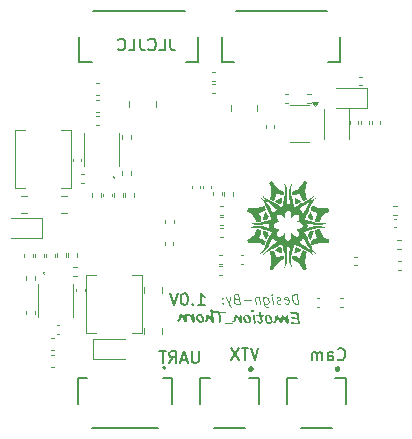
<source format=gbr>
%TF.GenerationSoftware,KiCad,Pcbnew,8.0.7*%
%TF.CreationDate,2025-02-13T13:50:40+08:00*%
%TF.ProjectId,NewSkyH7-Air,4e657753-6b79-4483-972d-4169722e6b69,rev?*%
%TF.SameCoordinates,Original*%
%TF.FileFunction,Legend,Bot*%
%TF.FilePolarity,Positive*%
%FSLAX46Y46*%
G04 Gerber Fmt 4.6, Leading zero omitted, Abs format (unit mm)*
G04 Created by KiCad (PCBNEW 8.0.7) date 2025-02-13 13:50:40*
%MOMM*%
%LPD*%
G01*
G04 APERTURE LIST*
%ADD10C,0.150000*%
%ADD11C,0.120000*%
%ADD12C,0.127000*%
%ADD13C,0.200000*%
%ADD14C,0.300000*%
%ADD15C,0.100000*%
%ADD16C,0.000000*%
G04 APERTURE END LIST*
D10*
X142728220Y-92644819D02*
X142728220Y-93454342D01*
X142728220Y-93454342D02*
X142680601Y-93549580D01*
X142680601Y-93549580D02*
X142632982Y-93597200D01*
X142632982Y-93597200D02*
X142537744Y-93644819D01*
X142537744Y-93644819D02*
X142347268Y-93644819D01*
X142347268Y-93644819D02*
X142252030Y-93597200D01*
X142252030Y-93597200D02*
X142204411Y-93549580D01*
X142204411Y-93549580D02*
X142156792Y-93454342D01*
X142156792Y-93454342D02*
X142156792Y-92644819D01*
X141728220Y-93359104D02*
X141252030Y-93359104D01*
X141823458Y-93644819D02*
X141490125Y-92644819D01*
X141490125Y-92644819D02*
X141156792Y-93644819D01*
X140252030Y-93644819D02*
X140585363Y-93168628D01*
X140823458Y-93644819D02*
X140823458Y-92644819D01*
X140823458Y-92644819D02*
X140442506Y-92644819D01*
X140442506Y-92644819D02*
X140347268Y-92692438D01*
X140347268Y-92692438D02*
X140299649Y-92740057D01*
X140299649Y-92740057D02*
X140252030Y-92835295D01*
X140252030Y-92835295D02*
X140252030Y-92978152D01*
X140252030Y-92978152D02*
X140299649Y-93073390D01*
X140299649Y-93073390D02*
X140347268Y-93121009D01*
X140347268Y-93121009D02*
X140442506Y-93168628D01*
X140442506Y-93168628D02*
X140823458Y-93168628D01*
X139966315Y-92644819D02*
X139394887Y-92644819D01*
X139680601Y-93644819D02*
X139680601Y-92644819D01*
X142664411Y-88739819D02*
X143235839Y-88739819D01*
X142950125Y-88739819D02*
X142950125Y-87739819D01*
X142950125Y-87739819D02*
X143045363Y-87882676D01*
X143045363Y-87882676D02*
X143140601Y-87977914D01*
X143140601Y-87977914D02*
X143235839Y-88025533D01*
X142235839Y-88644580D02*
X142188220Y-88692200D01*
X142188220Y-88692200D02*
X142235839Y-88739819D01*
X142235839Y-88739819D02*
X142283458Y-88692200D01*
X142283458Y-88692200D02*
X142235839Y-88644580D01*
X142235839Y-88644580D02*
X142235839Y-88739819D01*
X141569173Y-87739819D02*
X141473935Y-87739819D01*
X141473935Y-87739819D02*
X141378697Y-87787438D01*
X141378697Y-87787438D02*
X141331078Y-87835057D01*
X141331078Y-87835057D02*
X141283459Y-87930295D01*
X141283459Y-87930295D02*
X141235840Y-88120771D01*
X141235840Y-88120771D02*
X141235840Y-88358866D01*
X141235840Y-88358866D02*
X141283459Y-88549342D01*
X141283459Y-88549342D02*
X141331078Y-88644580D01*
X141331078Y-88644580D02*
X141378697Y-88692200D01*
X141378697Y-88692200D02*
X141473935Y-88739819D01*
X141473935Y-88739819D02*
X141569173Y-88739819D01*
X141569173Y-88739819D02*
X141664411Y-88692200D01*
X141664411Y-88692200D02*
X141712030Y-88644580D01*
X141712030Y-88644580D02*
X141759649Y-88549342D01*
X141759649Y-88549342D02*
X141807268Y-88358866D01*
X141807268Y-88358866D02*
X141807268Y-88120771D01*
X141807268Y-88120771D02*
X141759649Y-87930295D01*
X141759649Y-87930295D02*
X141712030Y-87835057D01*
X141712030Y-87835057D02*
X141664411Y-87787438D01*
X141664411Y-87787438D02*
X141569173Y-87739819D01*
X140950125Y-87739819D02*
X140616792Y-88739819D01*
X140616792Y-88739819D02*
X140283459Y-87739819D01*
D11*
X151150338Y-88615855D02*
X151050338Y-87815855D01*
X151050338Y-87815855D02*
X150859862Y-87815855D01*
X150859862Y-87815855D02*
X150750338Y-87853950D01*
X150750338Y-87853950D02*
X150683672Y-87930140D01*
X150683672Y-87930140D02*
X150655100Y-88006331D01*
X150655100Y-88006331D02*
X150636053Y-88158712D01*
X150636053Y-88158712D02*
X150650338Y-88272998D01*
X150650338Y-88272998D02*
X150707481Y-88425379D01*
X150707481Y-88425379D02*
X150755100Y-88501569D01*
X150755100Y-88501569D02*
X150840814Y-88577760D01*
X150840814Y-88577760D02*
X150959862Y-88615855D01*
X150959862Y-88615855D02*
X151150338Y-88615855D01*
X150040814Y-88577760D02*
X150121767Y-88615855D01*
X150121767Y-88615855D02*
X150274148Y-88615855D01*
X150274148Y-88615855D02*
X150345576Y-88577760D01*
X150345576Y-88577760D02*
X150374148Y-88501569D01*
X150374148Y-88501569D02*
X150336053Y-88196807D01*
X150336053Y-88196807D02*
X150288433Y-88120617D01*
X150288433Y-88120617D02*
X150207481Y-88082521D01*
X150207481Y-88082521D02*
X150055100Y-88082521D01*
X150055100Y-88082521D02*
X149983672Y-88120617D01*
X149983672Y-88120617D02*
X149955100Y-88196807D01*
X149955100Y-88196807D02*
X149964624Y-88272998D01*
X149964624Y-88272998D02*
X150355100Y-88349188D01*
X149697958Y-88577760D02*
X149626529Y-88615855D01*
X149626529Y-88615855D02*
X149474148Y-88615855D01*
X149474148Y-88615855D02*
X149393196Y-88577760D01*
X149393196Y-88577760D02*
X149345577Y-88501569D01*
X149345577Y-88501569D02*
X149340815Y-88463474D01*
X149340815Y-88463474D02*
X149369386Y-88387283D01*
X149369386Y-88387283D02*
X149440815Y-88349188D01*
X149440815Y-88349188D02*
X149555100Y-88349188D01*
X149555100Y-88349188D02*
X149626529Y-88311093D01*
X149626529Y-88311093D02*
X149655100Y-88234902D01*
X149655100Y-88234902D02*
X149650339Y-88196807D01*
X149650339Y-88196807D02*
X149602719Y-88120617D01*
X149602719Y-88120617D02*
X149521767Y-88082521D01*
X149521767Y-88082521D02*
X149407481Y-88082521D01*
X149407481Y-88082521D02*
X149336053Y-88120617D01*
X149017005Y-88615855D02*
X148950339Y-88082521D01*
X148917005Y-87815855D02*
X148959862Y-87853950D01*
X148959862Y-87853950D02*
X148926529Y-87892045D01*
X148926529Y-87892045D02*
X148883672Y-87853950D01*
X148883672Y-87853950D02*
X148917005Y-87815855D01*
X148917005Y-87815855D02*
X148926529Y-87892045D01*
X148226529Y-88082521D02*
X148307482Y-88730140D01*
X148307482Y-88730140D02*
X148355101Y-88806331D01*
X148355101Y-88806331D02*
X148397958Y-88844426D01*
X148397958Y-88844426D02*
X148478910Y-88882521D01*
X148478910Y-88882521D02*
X148593196Y-88882521D01*
X148593196Y-88882521D02*
X148664625Y-88844426D01*
X148288434Y-88577760D02*
X148369387Y-88615855D01*
X148369387Y-88615855D02*
X148521768Y-88615855D01*
X148521768Y-88615855D02*
X148593196Y-88577760D01*
X148593196Y-88577760D02*
X148626529Y-88539664D01*
X148626529Y-88539664D02*
X148655101Y-88463474D01*
X148655101Y-88463474D02*
X148626529Y-88234902D01*
X148626529Y-88234902D02*
X148578910Y-88158712D01*
X148578910Y-88158712D02*
X148536053Y-88120617D01*
X148536053Y-88120617D02*
X148455101Y-88082521D01*
X148455101Y-88082521D02*
X148302720Y-88082521D01*
X148302720Y-88082521D02*
X148231291Y-88120617D01*
X147845577Y-88082521D02*
X147912243Y-88615855D01*
X147855100Y-88158712D02*
X147812243Y-88120617D01*
X147812243Y-88120617D02*
X147731291Y-88082521D01*
X147731291Y-88082521D02*
X147617005Y-88082521D01*
X147617005Y-88082521D02*
X147545577Y-88120617D01*
X147545577Y-88120617D02*
X147517005Y-88196807D01*
X147517005Y-88196807D02*
X147569386Y-88615855D01*
X147150338Y-88311093D02*
X146540814Y-88311093D01*
X145878910Y-88196807D02*
X145769386Y-88234902D01*
X145769386Y-88234902D02*
X145736052Y-88272998D01*
X145736052Y-88272998D02*
X145707481Y-88349188D01*
X145707481Y-88349188D02*
X145721767Y-88463474D01*
X145721767Y-88463474D02*
X145769386Y-88539664D01*
X145769386Y-88539664D02*
X145812243Y-88577760D01*
X145812243Y-88577760D02*
X145893195Y-88615855D01*
X145893195Y-88615855D02*
X146197957Y-88615855D01*
X146197957Y-88615855D02*
X146097957Y-87815855D01*
X146097957Y-87815855D02*
X145831291Y-87815855D01*
X145831291Y-87815855D02*
X145759862Y-87853950D01*
X145759862Y-87853950D02*
X145726529Y-87892045D01*
X145726529Y-87892045D02*
X145697957Y-87968236D01*
X145697957Y-87968236D02*
X145707481Y-88044426D01*
X145707481Y-88044426D02*
X145755100Y-88120617D01*
X145755100Y-88120617D02*
X145797957Y-88158712D01*
X145797957Y-88158712D02*
X145878910Y-88196807D01*
X145878910Y-88196807D02*
X146145576Y-88196807D01*
X145407481Y-88082521D02*
X145283672Y-88615855D01*
X145026529Y-88082521D02*
X145283672Y-88615855D01*
X145283672Y-88615855D02*
X145383672Y-88806331D01*
X145383672Y-88806331D02*
X145426529Y-88844426D01*
X145426529Y-88844426D02*
X145507481Y-88882521D01*
X144778909Y-88539664D02*
X144745576Y-88577760D01*
X144745576Y-88577760D02*
X144788433Y-88615855D01*
X144788433Y-88615855D02*
X144821767Y-88577760D01*
X144821767Y-88577760D02*
X144778909Y-88539664D01*
X144778909Y-88539664D02*
X144788433Y-88615855D01*
X144726528Y-88120617D02*
X144693195Y-88158712D01*
X144693195Y-88158712D02*
X144736052Y-88196807D01*
X144736052Y-88196807D02*
X144769386Y-88158712D01*
X144769386Y-88158712D02*
X144726528Y-88120617D01*
X144726528Y-88120617D02*
X144736052Y-88196807D01*
D10*
X154516792Y-93309580D02*
X154564411Y-93357200D01*
X154564411Y-93357200D02*
X154707268Y-93404819D01*
X154707268Y-93404819D02*
X154802506Y-93404819D01*
X154802506Y-93404819D02*
X154945363Y-93357200D01*
X154945363Y-93357200D02*
X155040601Y-93261961D01*
X155040601Y-93261961D02*
X155088220Y-93166723D01*
X155088220Y-93166723D02*
X155135839Y-92976247D01*
X155135839Y-92976247D02*
X155135839Y-92833390D01*
X155135839Y-92833390D02*
X155088220Y-92642914D01*
X155088220Y-92642914D02*
X155040601Y-92547676D01*
X155040601Y-92547676D02*
X154945363Y-92452438D01*
X154945363Y-92452438D02*
X154802506Y-92404819D01*
X154802506Y-92404819D02*
X154707268Y-92404819D01*
X154707268Y-92404819D02*
X154564411Y-92452438D01*
X154564411Y-92452438D02*
X154516792Y-92500057D01*
X153659649Y-93404819D02*
X153659649Y-92881009D01*
X153659649Y-92881009D02*
X153707268Y-92785771D01*
X153707268Y-92785771D02*
X153802506Y-92738152D01*
X153802506Y-92738152D02*
X153992982Y-92738152D01*
X153992982Y-92738152D02*
X154088220Y-92785771D01*
X153659649Y-93357200D02*
X153754887Y-93404819D01*
X153754887Y-93404819D02*
X153992982Y-93404819D01*
X153992982Y-93404819D02*
X154088220Y-93357200D01*
X154088220Y-93357200D02*
X154135839Y-93261961D01*
X154135839Y-93261961D02*
X154135839Y-93166723D01*
X154135839Y-93166723D02*
X154088220Y-93071485D01*
X154088220Y-93071485D02*
X153992982Y-93023866D01*
X153992982Y-93023866D02*
X153754887Y-93023866D01*
X153754887Y-93023866D02*
X153659649Y-92976247D01*
X153183458Y-93404819D02*
X153183458Y-92738152D01*
X153183458Y-92833390D02*
X153135839Y-92785771D01*
X153135839Y-92785771D02*
X153040601Y-92738152D01*
X153040601Y-92738152D02*
X152897744Y-92738152D01*
X152897744Y-92738152D02*
X152802506Y-92785771D01*
X152802506Y-92785771D02*
X152754887Y-92881009D01*
X152754887Y-92881009D02*
X152754887Y-93404819D01*
X152754887Y-92881009D02*
X152707268Y-92785771D01*
X152707268Y-92785771D02*
X152612030Y-92738152D01*
X152612030Y-92738152D02*
X152469173Y-92738152D01*
X152469173Y-92738152D02*
X152373934Y-92785771D01*
X152373934Y-92785771D02*
X152326315Y-92881009D01*
X152326315Y-92881009D02*
X152326315Y-93404819D01*
X147801077Y-92404819D02*
X147467744Y-93404819D01*
X147467744Y-93404819D02*
X147134411Y-92404819D01*
X146943934Y-92404819D02*
X146372506Y-92404819D01*
X146658220Y-93404819D02*
X146658220Y-92404819D01*
X146134410Y-92404819D02*
X145467744Y-93404819D01*
X145467744Y-92404819D02*
X146134410Y-93404819D01*
X140347506Y-66179819D02*
X140347506Y-66894104D01*
X140347506Y-66894104D02*
X140395125Y-67036961D01*
X140395125Y-67036961D02*
X140490363Y-67132200D01*
X140490363Y-67132200D02*
X140633220Y-67179819D01*
X140633220Y-67179819D02*
X140728458Y-67179819D01*
X139395125Y-67179819D02*
X139871315Y-67179819D01*
X139871315Y-67179819D02*
X139871315Y-66179819D01*
X138490363Y-67084580D02*
X138537982Y-67132200D01*
X138537982Y-67132200D02*
X138680839Y-67179819D01*
X138680839Y-67179819D02*
X138776077Y-67179819D01*
X138776077Y-67179819D02*
X138918934Y-67132200D01*
X138918934Y-67132200D02*
X139014172Y-67036961D01*
X139014172Y-67036961D02*
X139061791Y-66941723D01*
X139061791Y-66941723D02*
X139109410Y-66751247D01*
X139109410Y-66751247D02*
X139109410Y-66608390D01*
X139109410Y-66608390D02*
X139061791Y-66417914D01*
X139061791Y-66417914D02*
X139014172Y-66322676D01*
X139014172Y-66322676D02*
X138918934Y-66227438D01*
X138918934Y-66227438D02*
X138776077Y-66179819D01*
X138776077Y-66179819D02*
X138680839Y-66179819D01*
X138680839Y-66179819D02*
X138537982Y-66227438D01*
X138537982Y-66227438D02*
X138490363Y-66275057D01*
X137776077Y-66179819D02*
X137776077Y-66894104D01*
X137776077Y-66894104D02*
X137823696Y-67036961D01*
X137823696Y-67036961D02*
X137918934Y-67132200D01*
X137918934Y-67132200D02*
X138061791Y-67179819D01*
X138061791Y-67179819D02*
X138157029Y-67179819D01*
X136823696Y-67179819D02*
X137299886Y-67179819D01*
X137299886Y-67179819D02*
X137299886Y-66179819D01*
X135918934Y-67084580D02*
X135966553Y-67132200D01*
X135966553Y-67132200D02*
X136109410Y-67179819D01*
X136109410Y-67179819D02*
X136204648Y-67179819D01*
X136204648Y-67179819D02*
X136347505Y-67132200D01*
X136347505Y-67132200D02*
X136442743Y-67036961D01*
X136442743Y-67036961D02*
X136490362Y-66941723D01*
X136490362Y-66941723D02*
X136537981Y-66751247D01*
X136537981Y-66751247D02*
X136537981Y-66608390D01*
X136537981Y-66608390D02*
X136490362Y-66417914D01*
X136490362Y-66417914D02*
X136442743Y-66322676D01*
X136442743Y-66322676D02*
X136347505Y-66227438D01*
X136347505Y-66227438D02*
X136204648Y-66179819D01*
X136204648Y-66179819D02*
X136109410Y-66179819D01*
X136109410Y-66179819D02*
X135966553Y-66227438D01*
X135966553Y-66227438D02*
X135918934Y-66275057D01*
D11*
%TO.C,R15*%
X128875000Y-84396359D02*
X128875000Y-84703641D01*
X129635000Y-84396359D02*
X129635000Y-84703641D01*
D12*
%TO.C,J2*%
X132650000Y-66006750D02*
X132650000Y-68141750D01*
X132650000Y-68141750D02*
X133680000Y-68141750D01*
X141560000Y-63841750D02*
X133830000Y-63841750D01*
X142650000Y-66046750D02*
X142650000Y-68141750D01*
X142650000Y-68141750D02*
X141690000Y-68141750D01*
D11*
%TO.C,C26*%
X134645000Y-79537836D02*
X134645000Y-79322164D01*
X135365000Y-79537836D02*
X135365000Y-79322164D01*
%TO.C,C30*%
X155550000Y-73390835D02*
X155550000Y-73159165D01*
X156270000Y-73390835D02*
X156270000Y-73159165D01*
%TO.C,C34*%
X138145000Y-87756252D02*
X138145000Y-87233748D01*
X139615000Y-87756252D02*
X139615000Y-87233748D01*
%TO.C,C43*%
X144562164Y-81280000D02*
X144777836Y-81280000D01*
X144562164Y-82000000D02*
X144777836Y-82000000D01*
%TO.C,C19*%
X130520580Y-91540000D02*
X130239420Y-91540000D01*
X130520580Y-92560000D02*
X130239420Y-92560000D01*
%TO.C,L1*%
X153340000Y-72145000D02*
X153340000Y-74665000D01*
X155460000Y-72145000D02*
X155460000Y-74665000D01*
%TO.C,C20*%
X134044420Y-69940000D02*
X134325580Y-69940000D01*
X134044420Y-70960000D02*
X134325580Y-70960000D01*
%TO.C,RN1*%
X136855000Y-71975000D02*
X136855000Y-71475000D01*
X139135000Y-71975000D02*
X139135000Y-71475000D01*
%TO.C,U2*%
X150500000Y-71832500D02*
X151300000Y-71832500D01*
X150500000Y-74952500D02*
X151300000Y-74952500D01*
X152100000Y-71832500D02*
X151300000Y-71832500D01*
X152100000Y-74952500D02*
X151300000Y-74952500D01*
X152600000Y-71882500D02*
X152360000Y-71552500D01*
X152840000Y-71552500D01*
X152600000Y-71882500D01*
G36*
X152600000Y-71882500D02*
G01*
X152360000Y-71552500D01*
X152840000Y-71552500D01*
X152600000Y-71882500D01*
G37*
D12*
%TO.C,J9*%
X132510000Y-94885000D02*
X133310000Y-94885000D01*
X132510000Y-97160000D02*
X132510000Y-94885000D01*
X133710000Y-99135000D02*
X139310000Y-99135000D01*
X140510000Y-94885000D02*
X139710000Y-94885000D01*
X140510000Y-97160000D02*
X140510000Y-94885000D01*
D13*
X139910000Y-94060000D02*
G75*
G02*
X139710000Y-94060000I-100000J0D01*
G01*
X139710000Y-94060000D02*
G75*
G02*
X139910000Y-94060000I100000J0D01*
G01*
D11*
%TO.C,RN2*%
X145440000Y-72290000D02*
X145440000Y-71790000D01*
X147720000Y-72290000D02*
X147720000Y-71790000D01*
%TO.C,R1*%
X139880000Y-81828641D02*
X139880000Y-81521359D01*
X140640000Y-81828641D02*
X140640000Y-81521359D01*
%TO.C,R10*%
X150031359Y-70835000D02*
X150338641Y-70835000D01*
X150031359Y-71595000D02*
X150338641Y-71595000D01*
%TO.C,R5*%
X131695000Y-84371359D02*
X131695000Y-84678641D01*
X132455000Y-84371359D02*
X132455000Y-84678641D01*
D12*
%TO.C,J33*%
X142855000Y-94885000D02*
X142855000Y-97160000D01*
X143740000Y-94885000D02*
X142855000Y-94885000D01*
X144055000Y-99135000D02*
X146655000Y-99135000D01*
X147855000Y-94885000D02*
X146970000Y-94885000D01*
X147855000Y-97160000D02*
X147855000Y-94885000D01*
D14*
X147255000Y-94160000D02*
G75*
G02*
X147055000Y-94160000I-100000J0D01*
G01*
X147055000Y-94160000D02*
G75*
G02*
X147255000Y-94160000I100000J0D01*
G01*
D11*
%TO.C,R6*%
X128155000Y-89226359D02*
X128155000Y-89533641D01*
X128915000Y-89226359D02*
X128915000Y-89533641D01*
%TO.C,C42*%
X152742164Y-88150000D02*
X152957836Y-88150000D01*
X152742164Y-88870000D02*
X152957836Y-88870000D01*
%TO.C,R11*%
X128135000Y-86301359D02*
X128135000Y-86608641D01*
X128895000Y-86301359D02*
X128895000Y-86608641D01*
%TO.C,R14*%
X132741359Y-77650000D02*
X133048641Y-77650000D01*
X132741359Y-78410000D02*
X133048641Y-78410000D01*
%TO.C,C37*%
X155912164Y-84640000D02*
X156127836Y-84640000D01*
X155912164Y-85360000D02*
X156127836Y-85360000D01*
%TO.C,R33*%
X144925000Y-79468641D02*
X144925000Y-79161359D01*
X145685000Y-79468641D02*
X145685000Y-79161359D01*
D15*
%TO.C,IC5*%
X133035000Y-74180000D02*
X133035000Y-76980000D01*
X135535000Y-77880000D02*
X135535000Y-77880000D01*
X135535000Y-77980000D02*
X135535000Y-77980000D01*
X136035000Y-74180000D02*
X136035000Y-76980000D01*
X135535000Y-77880000D02*
G75*
G02*
X135535000Y-77980000I0J-50000D01*
G01*
X135535000Y-77980000D02*
G75*
G02*
X135535000Y-77880000I0J50000D01*
G01*
D11*
%TO.C,C18*%
X130520580Y-93000000D02*
X130239420Y-93000000D01*
X130520580Y-94020000D02*
X130239420Y-94020000D01*
D15*
%TO.C,IC4*%
X129130000Y-89785000D02*
X129130000Y-86985000D01*
X129630000Y-85985000D02*
X129630000Y-85985000D01*
X129630000Y-86085000D02*
X129630000Y-86085000D01*
X132130000Y-89785000D02*
X132130000Y-86985000D01*
X129630000Y-85985000D02*
G75*
G02*
X129630000Y-86085000I0J-50000D01*
G01*
X129630000Y-86085000D02*
G75*
G02*
X129630000Y-85985000I0J50000D01*
G01*
D11*
%TO.C,R4*%
X130760000Y-84673641D02*
X130760000Y-84366359D01*
X131520000Y-84673641D02*
X131520000Y-84366359D01*
%TO.C,C44*%
X139880000Y-83627836D02*
X139880000Y-83412164D01*
X140600000Y-83627836D02*
X140600000Y-83412164D01*
%TO.C,R16*%
X135560000Y-79598641D02*
X135560000Y-79291359D01*
X136320000Y-79598641D02*
X136320000Y-79291359D01*
%TO.C,D2*%
X126810000Y-81340000D02*
X129470000Y-81340000D01*
X126810000Y-83040000D02*
X129470000Y-83040000D01*
X129470000Y-83040000D02*
X129470000Y-81340000D01*
%TO.C,C49*%
X159247164Y-81440000D02*
X159462836Y-81440000D01*
X159247164Y-82160000D02*
X159462836Y-82160000D01*
%TO.C,C36*%
X156470000Y-73380835D02*
X156470000Y-73149165D01*
X157190000Y-73380835D02*
X157190000Y-73149165D01*
%TO.C,C22*%
X134044420Y-71410000D02*
X134325580Y-71410000D01*
X134044420Y-72430000D02*
X134325580Y-72430000D01*
%TO.C,R32*%
X159568859Y-83240000D02*
X159876141Y-83240000D01*
X159568859Y-84000000D02*
X159876141Y-84000000D01*
%TO.C,R20*%
X144143641Y-69990000D02*
X143836359Y-69990000D01*
X144143641Y-70750000D02*
X143836359Y-70750000D01*
%TO.C,D1*%
X133812500Y-91605000D02*
X133812500Y-93305000D01*
X136472500Y-91605000D02*
X133812500Y-91605000D01*
X136472500Y-93305000D02*
X133812500Y-93305000D01*
%TO.C,L3*%
X127225000Y-78870000D02*
X127225000Y-73950000D01*
X128075000Y-73950000D02*
X127225000Y-73950000D01*
X128075000Y-78870000D02*
X127225000Y-78870000D01*
X131095000Y-73950000D02*
X131945000Y-73950000D01*
X131095000Y-78870000D02*
X131945000Y-78870000D01*
X131945000Y-78870000D02*
X131945000Y-73950000D01*
%TO.C,C9*%
X144562164Y-82220000D02*
X144777836Y-82220000D01*
X144562164Y-82940000D02*
X144777836Y-82940000D01*
%TO.C,R9*%
X151911359Y-70835000D02*
X152218641Y-70835000D01*
X151911359Y-71595000D02*
X152218641Y-71595000D01*
%TO.C,C27*%
X132370000Y-87580835D02*
X132370000Y-87349165D01*
X133090000Y-87580835D02*
X133090000Y-87349165D01*
%TO.C,C4*%
X142150000Y-78627164D02*
X142150000Y-78842836D01*
X142870000Y-78627164D02*
X142870000Y-78842836D01*
%TO.C,R13*%
X136255000Y-77693641D02*
X136255000Y-77386359D01*
X137015000Y-77693641D02*
X137015000Y-77386359D01*
%TO.C,C5*%
X143070000Y-78627164D02*
X143070000Y-78842836D01*
X143790000Y-78627164D02*
X143790000Y-78842836D01*
%TO.C,R3*%
X143985000Y-79448641D02*
X143985000Y-79141359D01*
X144745000Y-79448641D02*
X144745000Y-79141359D01*
%TO.C,R22*%
X159508641Y-80330000D02*
X159201359Y-80330000D01*
X159508641Y-81090000D02*
X159201359Y-81090000D01*
%TO.C,C10*%
X156342164Y-69420000D02*
X156557836Y-69420000D01*
X156342164Y-70140000D02*
X156557836Y-70140000D01*
%TO.C,R17*%
X127930000Y-84406359D02*
X127930000Y-84713641D01*
X128690000Y-84406359D02*
X128690000Y-84713641D01*
%TO.C,R18*%
X136500000Y-79598641D02*
X136500000Y-79291359D01*
X137260000Y-79598641D02*
X137260000Y-79291359D01*
%TO.C,D3*%
X154365000Y-70360000D02*
X157025000Y-70360000D01*
X154365000Y-72060000D02*
X157025000Y-72060000D01*
X157025000Y-72060000D02*
X157025000Y-70360000D01*
%TO.C,L2*%
X133190000Y-91080000D02*
X133190000Y-86160000D01*
X134040000Y-86160000D02*
X133190000Y-86160000D01*
X134040000Y-91080000D02*
X133190000Y-91080000D01*
X137060000Y-86160000D02*
X137910000Y-86160000D01*
X137060000Y-91080000D02*
X137910000Y-91080000D01*
X137910000Y-91080000D02*
X137910000Y-86160000D01*
%TO.C,C7*%
X144462164Y-84520000D02*
X144677836Y-84520000D01*
X144462164Y-85240000D02*
X144677836Y-85240000D01*
%TO.C,R12*%
X132408641Y-85540000D02*
X132101359Y-85540000D01*
X132408641Y-86300000D02*
X132101359Y-86300000D01*
%TO.C,C32*%
X131103748Y-79515000D02*
X131626252Y-79515000D01*
X131103748Y-80985000D02*
X131626252Y-80985000D01*
D16*
%TO.C,G\u002A\u002A\u002A*%
G36*
X149660472Y-83861896D02*
G01*
X149777769Y-83912671D01*
X149786781Y-84123154D01*
X149787979Y-84153204D01*
X149790505Y-84248490D01*
X149790450Y-84319267D01*
X149787755Y-84352012D01*
X149787238Y-84353041D01*
X149770139Y-84359149D01*
X149729865Y-84350214D01*
X149660725Y-84324108D01*
X149557028Y-84278702D01*
X149413084Y-84211869D01*
X149351963Y-84182250D01*
X149268363Y-84138560D01*
X149212354Y-84105019D01*
X149193674Y-84087163D01*
X149196873Y-84082791D01*
X149230601Y-84051951D01*
X149292374Y-84001606D01*
X149371964Y-83940188D01*
X149543176Y-83811122D01*
X149660472Y-83861896D01*
G37*
G36*
X150916016Y-79672665D02*
G01*
X150975777Y-79693824D01*
X151061028Y-79729785D01*
X151159598Y-79774729D01*
X151259314Y-79822833D01*
X151348005Y-79868275D01*
X151413498Y-79905235D01*
X151443622Y-79927890D01*
X151439930Y-79954519D01*
X151402034Y-79986588D01*
X151365898Y-80008596D01*
X151296063Y-80057218D01*
X151218788Y-80115722D01*
X151094344Y-80214012D01*
X150980017Y-80158468D01*
X150865691Y-80102924D01*
X150861389Y-79927377D01*
X150859024Y-79836284D01*
X150856650Y-79754761D01*
X150854936Y-79706656D01*
X150862711Y-79677033D01*
X150904411Y-79669996D01*
X150916016Y-79672665D01*
G37*
G36*
X151190463Y-83883586D02*
G01*
X151212170Y-83900509D01*
X151296600Y-83962331D01*
X151373255Y-84013578D01*
X151391400Y-84025566D01*
X151434731Y-84063933D01*
X151444764Y-84091197D01*
X151426820Y-84106775D01*
X151370204Y-84141726D01*
X151288434Y-84186099D01*
X151194375Y-84233268D01*
X151100890Y-84276609D01*
X151020845Y-84309496D01*
X150953985Y-84331966D01*
X150883055Y-84345037D01*
X150849585Y-84330706D01*
X150849422Y-84288465D01*
X150855929Y-84250063D01*
X150862609Y-84168885D01*
X150865339Y-84074198D01*
X150865691Y-83918011D01*
X150979909Y-83862519D01*
X151094127Y-83807028D01*
X151190463Y-83883586D01*
G37*
G36*
X152234461Y-80856219D02*
G01*
X152235272Y-80857232D01*
X152270884Y-80918035D01*
X152313717Y-81014249D01*
X152358627Y-81131582D01*
X152400471Y-81255740D01*
X152434105Y-81372429D01*
X152454385Y-81467357D01*
X152460493Y-81510390D01*
X152463968Y-81562735D01*
X152453720Y-81580679D01*
X152426992Y-81575070D01*
X152389526Y-81562921D01*
X152313634Y-81541413D01*
X152222376Y-81517548D01*
X152063966Y-81477756D01*
X152022462Y-81318455D01*
X152020935Y-81312586D01*
X152000086Y-81226155D01*
X151993873Y-81171961D01*
X152002597Y-81133523D01*
X152026560Y-81094363D01*
X152041216Y-81072311D01*
X152085619Y-80997767D01*
X152130381Y-80914578D01*
X152188601Y-80799584D01*
X152234461Y-80856219D01*
G37*
G36*
X148226311Y-82448370D02*
G01*
X148253794Y-82457714D01*
X148324582Y-82478782D01*
X148410910Y-82502363D01*
X148468585Y-82518356D01*
X148533507Y-82539144D01*
X148564511Y-82553020D01*
X148574812Y-82572828D01*
X148596793Y-82630777D01*
X148623065Y-82710626D01*
X148667443Y-82854058D01*
X148566262Y-83010604D01*
X148561523Y-83017960D01*
X148512754Y-83096713D01*
X148478202Y-83157953D01*
X148465082Y-83188961D01*
X148460993Y-83211893D01*
X148442549Y-83208863D01*
X148412632Y-83170034D01*
X148374968Y-83102881D01*
X148333285Y-83014874D01*
X148291311Y-82913486D01*
X148252773Y-82806190D01*
X148221399Y-82700458D01*
X148212019Y-82663469D01*
X148187701Y-82550592D01*
X148181917Y-82480169D01*
X148194757Y-82447621D01*
X148226311Y-82448370D01*
G37*
G36*
X149786666Y-79665596D02*
G01*
X149789072Y-79709332D01*
X149788939Y-79787549D01*
X149786210Y-79887696D01*
X149781559Y-79992486D01*
X149774412Y-80059849D01*
X149760588Y-80099825D01*
X149735827Y-80124622D01*
X149695865Y-80146443D01*
X149690623Y-80149014D01*
X149621991Y-80176692D01*
X149568660Y-80188999D01*
X149558262Y-80187012D01*
X149508506Y-80163498D01*
X149436574Y-80120646D01*
X149355818Y-80067471D01*
X149279589Y-80012986D01*
X149221241Y-79966207D01*
X149194125Y-79936146D01*
X149199632Y-79926319D01*
X149240811Y-79897296D01*
X149312719Y-79857021D01*
X149404564Y-79810524D01*
X149505556Y-79762833D01*
X149604904Y-79718977D01*
X149691818Y-79683984D01*
X149755508Y-79662883D01*
X149785183Y-79660702D01*
X149786666Y-79665596D01*
G37*
G36*
X148445834Y-80810374D02*
G01*
X148465082Y-80831974D01*
X148465192Y-80833166D01*
X148480491Y-80867350D01*
X148516586Y-80930644D01*
X148566262Y-81010331D01*
X148667443Y-81166877D01*
X148624176Y-81304729D01*
X148609142Y-81351728D01*
X148578646Y-81434527D01*
X148550369Y-81481623D01*
X148516696Y-81503108D01*
X148470011Y-81509077D01*
X148465679Y-81509258D01*
X148391225Y-81521426D01*
X148310203Y-81545833D01*
X148245669Y-81569676D01*
X148201950Y-81579275D01*
X148184374Y-81566593D01*
X148181138Y-81530199D01*
X148181797Y-81513954D01*
X148194501Y-81434410D01*
X148220492Y-81331541D01*
X148255972Y-81215806D01*
X148297142Y-81097662D01*
X148340201Y-80987568D01*
X148381351Y-80895981D01*
X148416792Y-80833360D01*
X148442725Y-80810162D01*
X148445834Y-80810374D01*
G37*
G36*
X152460879Y-82445934D02*
G01*
X152463690Y-82480268D01*
X152454245Y-82554512D01*
X152444010Y-82607347D01*
X152414099Y-82719774D01*
X152373297Y-82847112D01*
X152327331Y-82973080D01*
X152281925Y-83081399D01*
X152242804Y-83155788D01*
X152224281Y-83182219D01*
X152198050Y-83202857D01*
X152177286Y-83184039D01*
X152154931Y-83146159D01*
X152114374Y-83077551D01*
X152065373Y-82994728D01*
X152039106Y-82950078D01*
X152004050Y-82884316D01*
X151990457Y-82837103D01*
X151995011Y-82791169D01*
X152014395Y-82729243D01*
X152025294Y-82695730D01*
X152045199Y-82624756D01*
X152053090Y-82580590D01*
X152066762Y-82561753D01*
X152123633Y-82533307D01*
X152216938Y-82504753D01*
X152298360Y-82483595D01*
X152378480Y-82461253D01*
X152426992Y-82445865D01*
X152443097Y-82440682D01*
X152460879Y-82445934D01*
G37*
G36*
X151692955Y-84126700D02*
G01*
X151779693Y-84159231D01*
X151864415Y-84205425D01*
X151921809Y-84243031D01*
X151855387Y-84417400D01*
X151824050Y-84515341D01*
X151785424Y-84719465D01*
X151771471Y-84939914D01*
X151782907Y-85157554D01*
X151820445Y-85353252D01*
X151823747Y-85364849D01*
X151861232Y-85500060D01*
X151883852Y-85595249D01*
X151891813Y-85659134D01*
X151885321Y-85700433D01*
X151864580Y-85727865D01*
X151829796Y-85750149D01*
X151815655Y-85757677D01*
X151747161Y-85786651D01*
X151692355Y-85788588D01*
X151642190Y-85758633D01*
X151587618Y-85691926D01*
X151519592Y-85583612D01*
X151507785Y-85564027D01*
X151337773Y-85329369D01*
X151140094Y-85134886D01*
X150918062Y-84983349D01*
X150674993Y-84877530D01*
X150657810Y-84870233D01*
X150639346Y-84847354D01*
X150634776Y-84800527D01*
X150641278Y-84716245D01*
X150650066Y-84655015D01*
X150667295Y-84586450D01*
X150686146Y-84552341D01*
X150734272Y-84545159D01*
X150816935Y-84556849D01*
X150920514Y-84584021D01*
X151032226Y-84622749D01*
X151139288Y-84669102D01*
X151228917Y-84719153D01*
X151321105Y-84779997D01*
X151351376Y-84634256D01*
X151357713Y-84607210D01*
X151388497Y-84507228D01*
X151431422Y-84392854D01*
X151479783Y-84280060D01*
X151526875Y-84184818D01*
X151565991Y-84123099D01*
X151571191Y-84118562D01*
X151618641Y-84111816D01*
X151692955Y-84126700D01*
G37*
G36*
X148315279Y-80320313D02*
G01*
X148332211Y-80345791D01*
X148358650Y-80407222D01*
X148389198Y-80492174D01*
X148446589Y-80664633D01*
X148375348Y-80721438D01*
X148341749Y-80746544D01*
X148222492Y-80818017D01*
X148094962Y-80874063D01*
X147981645Y-80904241D01*
X147938177Y-80910452D01*
X147867944Y-80924424D01*
X147839783Y-80944175D01*
X147847253Y-80978368D01*
X147883911Y-81035667D01*
X147947051Y-81154685D01*
X148002584Y-81324538D01*
X148039443Y-81523435D01*
X148056082Y-81655915D01*
X147957279Y-81682099D01*
X147950446Y-81683884D01*
X147832081Y-81706572D01*
X147731101Y-81711276D01*
X147657994Y-81698424D01*
X147623249Y-81668445D01*
X147591675Y-81577772D01*
X147523639Y-81419467D01*
X147446385Y-81274549D01*
X147369272Y-81161695D01*
X147313210Y-81100667D01*
X147214670Y-81020422D01*
X147085713Y-80942735D01*
X146916301Y-80860943D01*
X146895276Y-80843799D01*
X146872936Y-80785405D01*
X146870366Y-80706583D01*
X146885446Y-80624073D01*
X146916059Y-80554612D01*
X146960086Y-80514941D01*
X146991091Y-80511585D01*
X147065179Y-80512648D01*
X147168176Y-80518707D01*
X147287926Y-80529230D01*
X147333470Y-80533537D01*
X147565757Y-80543111D01*
X147766921Y-80526545D01*
X147949330Y-80482048D01*
X148125355Y-80407824D01*
X148138495Y-80401189D01*
X148221769Y-80360301D01*
X148284706Y-80331335D01*
X148314552Y-80320198D01*
X148315279Y-80320313D01*
G37*
G36*
X147800946Y-82312666D02*
G01*
X147888216Y-82326529D01*
X147969204Y-82347748D01*
X148028845Y-82372571D01*
X148052073Y-82397243D01*
X148042592Y-82496312D01*
X148017143Y-82621925D01*
X147980999Y-82753845D01*
X147939436Y-82872846D01*
X147897731Y-82959703D01*
X147876728Y-82993756D01*
X147846488Y-83051960D01*
X147850035Y-83084631D01*
X147893157Y-83102598D01*
X147981645Y-83116694D01*
X148017392Y-83123465D01*
X148137221Y-83163306D01*
X148263502Y-83225002D01*
X148373522Y-83298041D01*
X148442937Y-83353391D01*
X148385845Y-83527305D01*
X148383189Y-83535357D01*
X148353824Y-83619227D01*
X148329990Y-83678652D01*
X148316625Y-83701219D01*
X148313556Y-83700477D01*
X148276344Y-83684878D01*
X148207914Y-83653190D01*
X148120206Y-83610904D01*
X148117074Y-83609373D01*
X147924160Y-83531993D01*
X147724999Y-83487753D01*
X147507219Y-83474941D01*
X147258445Y-83491850D01*
X146981219Y-83524075D01*
X146921609Y-83454774D01*
X146904482Y-83430621D01*
X146875888Y-83355118D01*
X146868112Y-83272637D01*
X146881476Y-83201107D01*
X146916301Y-83158454D01*
X146925515Y-83154072D01*
X146981859Y-83128597D01*
X147054264Y-83096998D01*
X147194819Y-83018270D01*
X147347164Y-82880574D01*
X147474738Y-82700181D01*
X147575462Y-82479557D01*
X147603231Y-82406898D01*
X147632725Y-82350138D01*
X147664279Y-82322150D01*
X147707007Y-82311273D01*
X147722460Y-82309913D01*
X147800946Y-82312666D01*
G37*
G36*
X149051674Y-84114450D02*
G01*
X149081967Y-84140504D01*
X149117970Y-84196098D01*
X149167484Y-84289973D01*
X149170536Y-84296029D01*
X149221742Y-84410444D01*
X149265627Y-84529939D01*
X149292982Y-84629596D01*
X149322684Y-84780568D01*
X149442409Y-84704624D01*
X149546708Y-84647482D01*
X149662137Y-84600457D01*
X149773298Y-84569006D01*
X149869883Y-84555332D01*
X149941582Y-84561640D01*
X149978086Y-84590132D01*
X149982149Y-84604886D01*
X149991080Y-84666743D01*
X149996636Y-84747133D01*
X150000956Y-84867051D01*
X149834675Y-84930139D01*
X149624775Y-85035696D01*
X149428359Y-85190174D01*
X149248915Y-85392624D01*
X149085809Y-85643648D01*
X149048720Y-85706839D01*
X149008597Y-85761002D01*
X148971381Y-85786008D01*
X148926078Y-85792073D01*
X148864594Y-85779611D01*
X148787710Y-85729853D01*
X148752642Y-85690072D01*
X148738751Y-85645295D01*
X148753319Y-85581428D01*
X148778503Y-85502292D01*
X148823026Y-85351020D01*
X148852039Y-85227086D01*
X148867910Y-85116130D01*
X148873008Y-85003792D01*
X148869701Y-84875711D01*
X148857372Y-84717659D01*
X148832342Y-84572513D01*
X148791748Y-84438525D01*
X148787321Y-84426314D01*
X148758410Y-84338413D01*
X148741214Y-84271101D01*
X148739324Y-84238105D01*
X148747408Y-84228903D01*
X148796076Y-84195803D01*
X148868219Y-84159026D01*
X148944931Y-84127578D01*
X149007307Y-84110464D01*
X149019291Y-84109195D01*
X149051674Y-84114450D01*
G37*
G36*
X148955048Y-78231765D02*
G01*
X148988827Y-78247703D01*
X149025372Y-78284755D01*
X149072189Y-78350885D01*
X149136785Y-78454058D01*
X149191250Y-78539799D01*
X149338379Y-78736426D01*
X149493639Y-78890832D01*
X149664638Y-79009821D01*
X149858984Y-79100202D01*
X150000956Y-79153534D01*
X149996636Y-79273627D01*
X149989992Y-79369620D01*
X149974362Y-79430931D01*
X149944782Y-79460327D01*
X149896033Y-79467886D01*
X149804032Y-79456913D01*
X149679607Y-79423221D01*
X149551426Y-79373538D01*
X149439954Y-79314738D01*
X149322684Y-79240367D01*
X149293948Y-79386393D01*
X149288713Y-79410052D01*
X149259032Y-79509931D01*
X149216644Y-79624903D01*
X149168287Y-79738790D01*
X149120699Y-79835412D01*
X149080618Y-79898591D01*
X149080450Y-79898793D01*
X149053137Y-79913802D01*
X149004600Y-79908180D01*
X148922458Y-79880511D01*
X148920243Y-79879669D01*
X148821861Y-79839443D01*
X148765525Y-79802494D01*
X148745693Y-79756091D01*
X148756821Y-79687503D01*
X148793368Y-79584000D01*
X148798539Y-79570245D01*
X148826573Y-79488448D01*
X148844974Y-79413108D01*
X148855726Y-79329711D01*
X148860815Y-79223743D01*
X148862227Y-79080691D01*
X148860241Y-78935304D01*
X148850110Y-78792445D01*
X148828401Y-78668228D01*
X148791808Y-78544785D01*
X148737022Y-78404247D01*
X148733942Y-78393440D01*
X148746703Y-78340477D01*
X148791773Y-78286931D01*
X148855580Y-78245494D01*
X148924551Y-78228862D01*
X148955048Y-78231765D01*
G37*
G36*
X152394324Y-80343966D02*
G01*
X152468680Y-80387942D01*
X152660339Y-80473714D01*
X152865289Y-80524720D01*
X153093321Y-80542858D01*
X153354224Y-80530025D01*
X153357967Y-80529656D01*
X153506086Y-80517148D01*
X153611577Y-80515303D01*
X153682656Y-80526870D01*
X153727542Y-80554593D01*
X153754451Y-80601218D01*
X153771602Y-80669491D01*
X153779600Y-80740841D01*
X153764278Y-80809618D01*
X153712898Y-80862019D01*
X153617928Y-80909826D01*
X153529035Y-80952352D01*
X153361980Y-81071419D01*
X153222171Y-81231482D01*
X153108295Y-81434230D01*
X153019043Y-81681351D01*
X153018828Y-81682049D01*
X152986366Y-81704484D01*
X152916256Y-81712497D01*
X152820187Y-81705958D01*
X152709845Y-81684740D01*
X152695482Y-81681052D01*
X152630955Y-81659245D01*
X152602217Y-81631951D01*
X152596070Y-81587942D01*
X152603710Y-81493903D01*
X152632837Y-81349862D01*
X152678310Y-81205472D01*
X152734401Y-81078057D01*
X152795387Y-80984938D01*
X152803618Y-80975245D01*
X152818092Y-80949203D01*
X152804458Y-80931732D01*
X152754980Y-80918117D01*
X152661916Y-80903645D01*
X152611776Y-80892849D01*
X152509169Y-80857269D01*
X152401080Y-80807723D01*
X152306019Y-80753096D01*
X152242491Y-80702274D01*
X152222675Y-80677720D01*
X152211943Y-80645693D01*
X152218453Y-80598419D01*
X152242176Y-80519182D01*
X152268249Y-80440639D01*
X152298249Y-80366324D01*
X152325238Y-80330074D01*
X152355251Y-80324938D01*
X152394324Y-80343966D01*
G37*
G36*
X152986743Y-82331177D02*
G01*
X153028221Y-82384854D01*
X153063869Y-82473828D01*
X153113731Y-82595637D01*
X153193034Y-82740631D01*
X153283884Y-82870032D01*
X153375235Y-82966369D01*
X153378589Y-82969169D01*
X153459680Y-83027923D01*
X153549912Y-83080676D01*
X153632771Y-83118717D01*
X153691741Y-83133333D01*
X153723139Y-83142647D01*
X153757660Y-83188201D01*
X153773843Y-83259026D01*
X153771089Y-83340878D01*
X153748796Y-83419512D01*
X153706366Y-83480683D01*
X153686086Y-83496732D01*
X153654229Y-83509912D01*
X153606791Y-83513526D01*
X153531958Y-83508134D01*
X153417919Y-83494292D01*
X153293871Y-83482508D01*
X153088659Y-83480220D01*
X152889755Y-83497463D01*
X152708099Y-83532506D01*
X152554630Y-83583616D01*
X152440285Y-83649063D01*
X152439936Y-83649338D01*
X152385607Y-83685348D01*
X152345341Y-83700645D01*
X152334482Y-83694066D01*
X152306223Y-83651966D01*
X152272960Y-83583941D01*
X152241175Y-83505262D01*
X152217350Y-83431200D01*
X152207968Y-83377026D01*
X152208418Y-83373202D01*
X152235474Y-83335566D01*
X152295516Y-83285683D01*
X152376148Y-83231346D01*
X152464972Y-83180346D01*
X152549592Y-83140477D01*
X152617611Y-83119530D01*
X152622551Y-83118736D01*
X152703703Y-83104925D01*
X152770188Y-83092437D01*
X152829055Y-83080328D01*
X152763692Y-82994632D01*
X152745818Y-82966710D01*
X152705189Y-82878375D01*
X152664707Y-82763975D01*
X152629473Y-82640482D01*
X152604591Y-82524868D01*
X152595163Y-82434104D01*
X152596747Y-82404968D01*
X152611366Y-82373597D01*
X152651830Y-82352571D01*
X152730681Y-82332484D01*
X152842435Y-82311102D01*
X152928469Y-82308143D01*
X152986743Y-82331177D01*
G37*
G36*
X151736232Y-78237710D02*
G01*
X151740372Y-78238392D01*
X151826243Y-78260945D01*
X151876894Y-78298594D01*
X151894586Y-78358690D01*
X151881579Y-78448581D01*
X151840132Y-78575619D01*
X151835948Y-78587027D01*
X151812647Y-78659361D01*
X151797146Y-78732099D01*
X151787998Y-78818035D01*
X151783754Y-78929968D01*
X151782966Y-79080691D01*
X151783329Y-79153452D01*
X151785852Y-79282008D01*
X151792138Y-79378090D01*
X151803890Y-79454850D01*
X151822812Y-79525442D01*
X151850608Y-79603019D01*
X151885161Y-79697116D01*
X151897418Y-79760621D01*
X151879667Y-79802579D01*
X151825926Y-79836550D01*
X151730218Y-79876099D01*
X151678892Y-79894811D01*
X151614733Y-79912924D01*
X151581425Y-79914959D01*
X151556430Y-79885914D01*
X151517417Y-79817473D01*
X151472587Y-79723413D01*
X151427476Y-79616220D01*
X151387621Y-79508379D01*
X151358560Y-79412378D01*
X151313295Y-79234137D01*
X151241231Y-79290823D01*
X151175609Y-79331941D01*
X151069784Y-79381027D01*
X150950806Y-79424665D01*
X150837881Y-79455926D01*
X150750216Y-79467886D01*
X150750089Y-79467886D01*
X150699797Y-79465466D01*
X150671905Y-79449765D01*
X150656936Y-79408120D01*
X150645408Y-79327867D01*
X150639816Y-79275012D01*
X150639662Y-79190979D01*
X150657762Y-79145793D01*
X150695962Y-79132317D01*
X150699564Y-79132130D01*
X150751795Y-79116272D01*
X150832135Y-79080014D01*
X150927196Y-79030632D01*
X151023588Y-78975399D01*
X151107924Y-78921591D01*
X151166814Y-78876481D01*
X151244572Y-78798244D01*
X151359805Y-78663484D01*
X151470558Y-78515124D01*
X151561709Y-78372465D01*
X151578269Y-78343662D01*
X151620059Y-78276315D01*
X151652439Y-78242289D01*
X151687225Y-78232461D01*
X151736232Y-78237710D01*
G37*
G36*
X151969751Y-82063142D02*
G01*
X151947746Y-82130534D01*
X151933233Y-82165784D01*
X151932834Y-82195666D01*
X151958892Y-82195777D01*
X152025558Y-82186069D01*
X152122155Y-82168010D01*
X152238229Y-82143389D01*
X152244685Y-82141951D01*
X152522098Y-82088889D01*
X152762719Y-82061825D01*
X152973914Y-82060284D01*
X153163049Y-82083792D01*
X153256995Y-82105632D01*
X153359916Y-82135124D01*
X153456423Y-82167433D01*
X153535629Y-82198611D01*
X153586645Y-82224707D01*
X153598581Y-82241772D01*
X153582763Y-82243598D01*
X153524527Y-82241364D01*
X153434357Y-82234247D01*
X153323509Y-82223016D01*
X153189960Y-82211372D01*
X153049820Y-82208575D01*
X152910896Y-82218225D01*
X152763467Y-82241930D01*
X152597813Y-82281298D01*
X152404215Y-82337939D01*
X152172951Y-82413462D01*
X151700188Y-82573018D01*
X151814991Y-82764022D01*
X151841518Y-82811040D01*
X151898602Y-82923582D01*
X151964130Y-83063460D01*
X152031934Y-83217330D01*
X152095847Y-83371846D01*
X152146820Y-83498484D01*
X152226432Y-83688524D01*
X152296001Y-83841633D01*
X152359597Y-83965487D01*
X152421291Y-84067764D01*
X152485154Y-84156141D01*
X152555256Y-84238295D01*
X152684104Y-84379275D01*
X152568648Y-84320949D01*
X152547573Y-84310146D01*
X152404334Y-84226001D01*
X152279349Y-84129359D01*
X152166194Y-84012774D01*
X152058443Y-83868801D01*
X151949671Y-83689992D01*
X151833453Y-83468902D01*
X151830890Y-83463768D01*
X151770035Y-83344293D01*
X151712820Y-83236076D01*
X151665566Y-83150835D01*
X151634596Y-83100289D01*
X151583832Y-83028525D01*
X151528064Y-83139008D01*
X151472669Y-83221957D01*
X151375568Y-83301118D01*
X151351102Y-83314676D01*
X151299398Y-83347687D01*
X151278769Y-83368144D01*
X151282075Y-83379974D01*
X151318332Y-83426803D01*
X151389497Y-83493593D01*
X151489212Y-83575037D01*
X151611121Y-83665827D01*
X151748866Y-83760655D01*
X151750445Y-83761702D01*
X151873699Y-83847385D01*
X151994423Y-83938173D01*
X152098834Y-84023299D01*
X152173146Y-84091999D01*
X152174811Y-84093737D01*
X152239301Y-84166779D01*
X152309503Y-84255017D01*
X152377642Y-84347498D01*
X152435940Y-84433273D01*
X152476622Y-84501390D01*
X152491911Y-84540898D01*
X152491833Y-84541381D01*
X152471853Y-84532452D01*
X152423406Y-84497291D01*
X152356393Y-84443047D01*
X152334658Y-84424872D01*
X152238875Y-84348169D01*
X152144601Y-84279914D01*
X152042130Y-84214158D01*
X151921753Y-84144951D01*
X151773764Y-84066344D01*
X151588456Y-83972387D01*
X151503201Y-83929219D01*
X151354994Y-83851914D01*
X151215570Y-83776605D01*
X151097489Y-83710131D01*
X151013311Y-83659326D01*
X150988347Y-83643268D01*
X150910315Y-83593869D01*
X150853836Y-83559335D01*
X150829752Y-83546341D01*
X150824650Y-83561244D01*
X150816145Y-83615117D01*
X150807360Y-83694766D01*
X150804076Y-83720986D01*
X150786590Y-83815226D01*
X150758288Y-83940329D01*
X150722266Y-84083111D01*
X150681617Y-84230386D01*
X150659388Y-84307665D01*
X150622863Y-84439490D01*
X150597941Y-84543220D01*
X150582445Y-84633299D01*
X150574197Y-84724169D01*
X150571022Y-84830274D01*
X150570742Y-84966057D01*
X150572296Y-85109351D01*
X150577342Y-85226961D01*
X150587297Y-85317626D01*
X150603613Y-85394169D01*
X150627743Y-85469410D01*
X150683753Y-85624288D01*
X150606584Y-85534495D01*
X150541747Y-85443395D01*
X150473976Y-85292023D01*
X150428969Y-85105778D01*
X150406273Y-84881582D01*
X150405435Y-84616358D01*
X150426004Y-84307029D01*
X150428116Y-84284000D01*
X150440664Y-84100496D01*
X150440639Y-83961930D01*
X150427451Y-83863528D01*
X150400508Y-83800518D01*
X150359219Y-83768127D01*
X150358634Y-83767905D01*
X150295660Y-83768341D01*
X150240816Y-83810231D01*
X150207060Y-83883729D01*
X150203707Y-83918638D01*
X150202927Y-84002356D01*
X150206025Y-84119396D01*
X150212697Y-84259450D01*
X150222637Y-84412205D01*
X150235325Y-84620287D01*
X150239756Y-84827301D01*
X150231892Y-84999547D01*
X150210896Y-85145551D01*
X150175928Y-85273842D01*
X150126149Y-85392948D01*
X150121533Y-85402218D01*
X150083190Y-85470546D01*
X150042096Y-85532775D01*
X150004484Y-85581503D01*
X149976584Y-85609328D01*
X149964627Y-85608848D01*
X149974847Y-85572662D01*
X150029440Y-85418342D01*
X150074816Y-85204951D01*
X150088253Y-84977875D01*
X150069566Y-84730540D01*
X150018574Y-84456377D01*
X149935091Y-84148815D01*
X149918464Y-84091697D01*
X149883993Y-83955654D01*
X149856768Y-83824653D01*
X149841567Y-83720579D01*
X149841367Y-83718394D01*
X149831746Y-83631639D01*
X149821760Y-83569873D01*
X149813539Y-83546341D01*
X149810553Y-83547281D01*
X149775563Y-83566832D01*
X149711713Y-83606508D01*
X149630138Y-83659444D01*
X149582993Y-83688905D01*
X149477578Y-83749621D01*
X149345483Y-83821589D01*
X149198980Y-83898177D01*
X149050342Y-83972752D01*
X148968299Y-84013474D01*
X148730879Y-84138968D01*
X148534638Y-84256409D01*
X148372958Y-84369968D01*
X148239218Y-84483818D01*
X148196284Y-84521613D01*
X148163840Y-84539354D01*
X148162827Y-84517390D01*
X148193162Y-84456383D01*
X148254764Y-84357000D01*
X148327303Y-84256883D01*
X148492544Y-84076215D01*
X148699610Y-83896130D01*
X148942622Y-83722053D01*
X148984754Y-83694219D01*
X149134184Y-83589279D01*
X149246985Y-83499076D01*
X149320839Y-83425833D01*
X149353425Y-83371769D01*
X149342425Y-83339107D01*
X149320854Y-83327634D01*
X149274412Y-83314420D01*
X149242838Y-83300058D01*
X149192560Y-83253822D01*
X149141003Y-83190834D01*
X149100802Y-83126855D01*
X149084594Y-83077648D01*
X149078246Y-83043682D01*
X149057794Y-83046601D01*
X149021945Y-83089425D01*
X148969411Y-83174018D01*
X148898904Y-83302244D01*
X148809134Y-83475965D01*
X148780811Y-83531125D01*
X148653645Y-83757877D01*
X148529533Y-83941397D01*
X148403282Y-84087884D01*
X148269699Y-84203539D01*
X148123594Y-84294561D01*
X147961728Y-84379406D01*
X148055869Y-84279083D01*
X148124550Y-84199946D01*
X148237453Y-84040168D01*
X148345413Y-83846503D01*
X148451544Y-83613101D01*
X148558962Y-83334112D01*
X148560743Y-83329171D01*
X148627545Y-83161488D01*
X148707755Y-82986311D01*
X148792145Y-82822677D01*
X148871484Y-82689620D01*
X148891122Y-82658128D01*
X148918432Y-82603641D01*
X148922595Y-82575535D01*
X148894908Y-82563101D01*
X148826108Y-82537094D01*
X148724154Y-82500399D01*
X148596974Y-82455869D01*
X148452496Y-82406357D01*
X148356575Y-82374297D01*
X148131922Y-82304560D01*
X147939606Y-82254838D01*
X147769298Y-82223512D01*
X147610670Y-82208965D01*
X147453395Y-82209576D01*
X147287143Y-82223728D01*
X147216616Y-82231605D01*
X147120823Y-82240892D01*
X147053432Y-82245590D01*
X147025853Y-82244783D01*
X147025642Y-82244364D01*
X147046582Y-82230202D01*
X147103381Y-82203366D01*
X147184619Y-82169288D01*
X147268148Y-82138263D01*
X147461638Y-82085999D01*
X147663401Y-82060593D01*
X147882506Y-82061856D01*
X148128019Y-82089597D01*
X148409008Y-82143627D01*
X148518971Y-82166932D01*
X148616949Y-82185331D01*
X148685578Y-82195503D01*
X148714402Y-82195666D01*
X148716391Y-82176213D01*
X148699490Y-82130534D01*
X148696661Y-82124888D01*
X148678459Y-82060744D01*
X148673199Y-81995085D01*
X149084594Y-81995085D01*
X149093448Y-82054979D01*
X149143932Y-82144788D01*
X149231588Y-82216610D01*
X149347780Y-82264248D01*
X149483866Y-82281504D01*
X149559845Y-82286906D01*
X149594855Y-82306773D01*
X149582073Y-82344238D01*
X149522488Y-82402404D01*
X149505205Y-82417742D01*
X149427117Y-82513951D01*
X149379202Y-82621785D01*
X149363466Y-82729656D01*
X149381914Y-82825971D01*
X149436550Y-82899143D01*
X149517293Y-82941288D01*
X149627117Y-82946358D01*
X149752751Y-82902537D01*
X149807360Y-82868266D01*
X149879311Y-82809835D01*
X149945887Y-82744487D01*
X149994824Y-82684460D01*
X150013862Y-82641988D01*
X150017937Y-82630785D01*
X150051774Y-82617073D01*
X150069670Y-82624245D01*
X150079417Y-82653736D01*
X150080560Y-82715198D01*
X150074171Y-82818254D01*
X150070286Y-82927577D01*
X150085718Y-83059848D01*
X150129265Y-83161684D01*
X150203793Y-83242465D01*
X150274943Y-83280491D01*
X150358886Y-83276886D01*
X150448980Y-83222834D01*
X150494301Y-83177711D01*
X150550034Y-83080488D01*
X150574584Y-82955574D01*
X150570307Y-82794653D01*
X150564355Y-82706182D01*
X150566373Y-82640958D01*
X150576858Y-82617073D01*
X150584596Y-82619827D01*
X150619159Y-82651685D01*
X150662313Y-82707765D01*
X150682124Y-82734830D01*
X150785345Y-82835609D01*
X150909522Y-82910041D01*
X151036621Y-82946618D01*
X151101614Y-82950229D01*
X151158722Y-82935654D01*
X151212204Y-82892419D01*
X151222650Y-82881082D01*
X151266391Y-82793436D01*
X151273067Y-82687434D01*
X151245387Y-82575198D01*
X151186061Y-82468852D01*
X151097799Y-82380520D01*
X151085944Y-82371507D01*
X151039419Y-82330082D01*
X151020569Y-82302463D01*
X151029507Y-82294842D01*
X151076557Y-82285252D01*
X151150463Y-82281504D01*
X151250319Y-82273454D01*
X151371027Y-82238656D01*
X151466298Y-82182045D01*
X151531064Y-82109850D01*
X151560257Y-82028301D01*
X151548811Y-81943628D01*
X151491657Y-81862061D01*
X151406501Y-81796808D01*
X151292098Y-81752858D01*
X151147954Y-81739431D01*
X151063208Y-81734282D01*
X151027101Y-81716985D01*
X151039300Y-81684994D01*
X151098593Y-81635763D01*
X151114604Y-81623721D01*
X151198074Y-81534025D01*
X151252331Y-81427327D01*
X151274613Y-81315956D01*
X151262158Y-81212242D01*
X151212204Y-81128516D01*
X151169146Y-81091551D01*
X151114867Y-81071743D01*
X151036621Y-81074317D01*
X150979709Y-81085697D01*
X150855365Y-81138545D01*
X150741067Y-81219947D01*
X150657057Y-81316963D01*
X150623298Y-81367143D01*
X150589474Y-81399055D01*
X150570295Y-81384872D01*
X150564575Y-81323152D01*
X150571127Y-81212453D01*
X150577728Y-81121988D01*
X150576396Y-81041149D01*
X150562330Y-80975885D01*
X150533103Y-80906666D01*
X150507919Y-80860880D01*
X150432353Y-80775089D01*
X150347537Y-80737420D01*
X150260070Y-80747788D01*
X150176551Y-80806104D01*
X150103579Y-80912284D01*
X150089371Y-80943844D01*
X150072727Y-81006779D01*
X150068218Y-81087552D01*
X150074171Y-81202680D01*
X150080370Y-81300587D01*
X150079731Y-81364378D01*
X150070557Y-81395595D01*
X150051774Y-81403862D01*
X150034572Y-81400194D01*
X150013862Y-81370381D01*
X150007358Y-81352114D01*
X149972313Y-81303123D01*
X149917063Y-81244160D01*
X149896502Y-81224950D01*
X149766692Y-81127257D01*
X149645220Y-81077107D01*
X149534401Y-81075089D01*
X149436550Y-81121792D01*
X149400815Y-81155442D01*
X149375120Y-81208927D01*
X149368537Y-81290859D01*
X149377289Y-81385978D01*
X149426472Y-81511004D01*
X149522488Y-81618531D01*
X149579284Y-81673176D01*
X149595529Y-81712052D01*
X149564054Y-81733103D01*
X149483866Y-81739431D01*
X149392908Y-81746934D01*
X149272585Y-81781498D01*
X149174618Y-81838523D01*
X149108718Y-81911791D01*
X149084594Y-81995085D01*
X148673199Y-81995085D01*
X148672399Y-81985105D01*
X148678655Y-81918486D01*
X148697399Y-81881402D01*
X148704000Y-81877016D01*
X148725435Y-81846147D01*
X148705252Y-81825486D01*
X148652226Y-81825829D01*
X148529352Y-81851967D01*
X148275680Y-81901784D01*
X148063723Y-81937073D01*
X147897195Y-81957188D01*
X147746062Y-81961154D01*
X147533574Y-81941967D01*
X147327396Y-81898060D01*
X147148618Y-81832933D01*
X147006647Y-81765948D01*
X147148618Y-81784956D01*
X147206689Y-81790664D01*
X147318689Y-81796894D01*
X147451546Y-81800628D01*
X147587439Y-81801204D01*
X147634545Y-81800707D01*
X147729367Y-81798512D01*
X147809537Y-81793117D01*
X147885663Y-81782339D01*
X147968350Y-81763992D01*
X148068202Y-81735893D01*
X148195827Y-81695856D01*
X148361830Y-81641698D01*
X148370874Y-81638730D01*
X148522108Y-81589233D01*
X148659079Y-81544648D01*
X148773093Y-81507785D01*
X148855460Y-81481455D01*
X148897485Y-81468469D01*
X148955600Y-81451986D01*
X148881598Y-81344032D01*
X148856670Y-81306709D01*
X148798984Y-81211476D01*
X148741423Y-81101889D01*
X148679876Y-80969292D01*
X148610231Y-80805029D01*
X148528376Y-80600444D01*
X148476514Y-80470621D01*
X148393834Y-80276588D01*
X148318428Y-80119647D01*
X148245976Y-79991775D01*
X148172156Y-79884944D01*
X148092647Y-79791131D01*
X148033341Y-79726160D01*
X147990847Y-79677141D01*
X147974634Y-79654977D01*
X147988644Y-79652691D01*
X148034852Y-79673212D01*
X148103523Y-79712548D01*
X148184476Y-79764165D01*
X148267528Y-79821530D01*
X148342496Y-79878112D01*
X148399199Y-79927376D01*
X148401894Y-79930028D01*
X148477938Y-80008750D01*
X148544140Y-80087557D01*
X148606655Y-80175872D01*
X148671641Y-80283113D01*
X148745256Y-80418701D01*
X148833657Y-80592057D01*
X148875633Y-80674874D01*
X148952687Y-80819582D01*
X149011424Y-80917818D01*
X149052531Y-80970541D01*
X149076692Y-80978711D01*
X149084594Y-80943286D01*
X149088754Y-80919501D01*
X149122978Y-80853582D01*
X149180141Y-80782851D01*
X149246142Y-80723314D01*
X149306880Y-80690976D01*
X149346797Y-80676734D01*
X149368537Y-80657861D01*
X149355952Y-80632399D01*
X149307098Y-80579373D01*
X149228444Y-80509199D01*
X149127501Y-80428134D01*
X149011782Y-80342433D01*
X148888800Y-80258353D01*
X148831230Y-80219884D01*
X148597164Y-80041863D01*
X148406644Y-79856100D01*
X148253039Y-79656315D01*
X148209522Y-79588137D01*
X148168928Y-79515635D01*
X148160323Y-79482675D01*
X148183741Y-79489554D01*
X148239218Y-79536574D01*
X148288037Y-79580792D01*
X148394585Y-79666700D01*
X148518580Y-79752462D01*
X148667667Y-79842853D01*
X148849488Y-79942647D01*
X149071687Y-80056620D01*
X149077084Y-80059324D01*
X149228995Y-80136910D01*
X149373536Y-80213315D01*
X149500944Y-80283189D01*
X149601454Y-80341182D01*
X149665304Y-80381941D01*
X149726298Y-80424207D01*
X149783999Y-80460596D01*
X149813729Y-80474593D01*
X149819018Y-80470381D01*
X149829149Y-80430890D01*
X149833171Y-80363309D01*
X149836303Y-80326552D01*
X149851584Y-80237390D01*
X149877402Y-80117151D01*
X149911326Y-79976898D01*
X149950924Y-79827689D01*
X149991847Y-79673852D01*
X150047209Y-79427008D01*
X150079149Y-79210503D01*
X150087851Y-79014356D01*
X150073498Y-78828589D01*
X150036276Y-78643221D01*
X149976367Y-78448272D01*
X149973576Y-78432822D01*
X149991904Y-78439364D01*
X150038044Y-78486440D01*
X150057514Y-78509420D01*
X150131991Y-78625067D01*
X150186552Y-78765485D01*
X150221944Y-78935523D01*
X150238913Y-79140034D01*
X150238208Y-79383867D01*
X150220575Y-79671874D01*
X150209233Y-79819774D01*
X150201490Y-79969713D01*
X150202421Y-80079052D01*
X150213009Y-80153738D01*
X150234233Y-80199721D01*
X150267075Y-80222949D01*
X150312515Y-80229370D01*
X150354990Y-80224942D01*
X150399702Y-80200669D01*
X150427907Y-80149868D01*
X150441156Y-80066523D01*
X150441004Y-79944620D01*
X150429002Y-79778143D01*
X150408346Y-79498920D01*
X150401591Y-79248573D01*
X150410649Y-79037272D01*
X150436002Y-78859690D01*
X150478137Y-78710501D01*
X150537537Y-78584380D01*
X150552254Y-78560228D01*
X150596906Y-78495349D01*
X150639886Y-78442210D01*
X150672233Y-78411234D01*
X150684987Y-78412845D01*
X150679364Y-78431625D01*
X150659472Y-78487028D01*
X150630168Y-78564431D01*
X150598899Y-78670631D01*
X150571918Y-78834946D01*
X150559319Y-79018374D01*
X150562137Y-79203712D01*
X150581409Y-79373757D01*
X150596157Y-79446707D01*
X150625984Y-79573580D01*
X150662907Y-79716117D01*
X150702103Y-79855081D01*
X150731719Y-79961058D01*
X150765611Y-80098068D01*
X150791631Y-80221372D01*
X150805771Y-80313262D01*
X150814419Y-80390042D01*
X150823810Y-80451164D01*
X150830996Y-80474593D01*
X150831267Y-80474564D01*
X150857333Y-80460052D01*
X150913685Y-80424089D01*
X150988595Y-80374151D01*
X151041643Y-80340797D01*
X151142715Y-80282523D01*
X151270603Y-80212465D01*
X151414261Y-80136648D01*
X151562643Y-80061096D01*
X151663632Y-80010406D01*
X151830529Y-79924548D01*
X151964662Y-79851513D01*
X152075413Y-79785567D01*
X152172163Y-79720974D01*
X152264295Y-79651999D01*
X152361189Y-79572906D01*
X152389882Y-79549200D01*
X152449832Y-79504861D01*
X152477354Y-79495984D01*
X152472495Y-79523782D01*
X152435302Y-79589470D01*
X152365820Y-79694263D01*
X152273959Y-79815549D01*
X152126029Y-79971833D01*
X151943760Y-80125595D01*
X151719212Y-80284077D01*
X151686295Y-80305943D01*
X151557399Y-80396134D01*
X151445485Y-80481535D01*
X151357266Y-80556525D01*
X151299457Y-80615483D01*
X151278769Y-80652791D01*
X151281941Y-80658369D01*
X151316071Y-80684793D01*
X151375568Y-80719817D01*
X151450213Y-80775106D01*
X151528064Y-80881927D01*
X151583832Y-80992410D01*
X151639284Y-80914535D01*
X151653433Y-80892867D01*
X151695849Y-80818254D01*
X151747310Y-80718963D01*
X151799662Y-80610454D01*
X151809522Y-80589425D01*
X151900631Y-80412092D01*
X152001238Y-80241737D01*
X152104430Y-80088699D01*
X152203293Y-79963314D01*
X152290915Y-79875921D01*
X152314614Y-79857321D01*
X152390197Y-79803402D01*
X152475813Y-79747607D01*
X152558443Y-79697897D01*
X152625070Y-79662234D01*
X152662676Y-79648577D01*
X152663436Y-79649426D01*
X152648013Y-79673880D01*
X152606687Y-79725269D01*
X152546795Y-79794363D01*
X152523981Y-79820523D01*
X152453123Y-79910808D01*
X152386251Y-80012693D01*
X152319432Y-80133695D01*
X152248734Y-80281333D01*
X152170223Y-80463123D01*
X152079965Y-80686584D01*
X152048267Y-80764954D01*
X151982953Y-80916951D01*
X151916912Y-81060061D01*
X151856338Y-81181098D01*
X151807423Y-81266879D01*
X151791176Y-81292251D01*
X151743029Y-81369117D01*
X151710469Y-81423746D01*
X151699814Y-81445641D01*
X151712343Y-81452196D01*
X151768674Y-81473802D01*
X151860759Y-81505575D01*
X151979700Y-81544744D01*
X152116596Y-81588539D01*
X152262549Y-81634189D01*
X152408659Y-81678926D01*
X152546027Y-81719977D01*
X152665754Y-81754573D01*
X152758940Y-81779944D01*
X152816686Y-81793319D01*
X152927913Y-81805535D01*
X153080928Y-81810166D01*
X153246424Y-81806061D01*
X153404367Y-81793764D01*
X153534721Y-81773820D01*
X153585506Y-81765859D01*
X153605473Y-81771240D01*
X153587627Y-81789243D01*
X153537453Y-81816368D01*
X153460438Y-81849112D01*
X153362069Y-81883977D01*
X153145745Y-81935014D01*
X152882504Y-81955311D01*
X152588618Y-81938569D01*
X152261426Y-81884791D01*
X152244928Y-81881348D01*
X152125170Y-81857393D01*
X152026213Y-81839367D01*
X151957937Y-81828965D01*
X151930219Y-81827884D01*
X151929869Y-81845770D01*
X151947746Y-81890401D01*
X151964856Y-81936733D01*
X151975651Y-82010467D01*
X151973653Y-82028301D01*
X151969751Y-82063142D01*
G37*
D11*
%TO.C,C33*%
X157392500Y-73378335D02*
X157392500Y-73146665D01*
X158112500Y-73378335D02*
X158112500Y-73146665D01*
%TO.C,C35*%
X128216252Y-79515000D02*
X127693748Y-79515000D01*
X128216252Y-80985000D02*
X127693748Y-80985000D01*
%TO.C,C8*%
X144462164Y-85440000D02*
X144677836Y-85440000D01*
X144462164Y-86160000D02*
X144677836Y-86160000D01*
%TO.C,R7*%
X136260000Y-74693641D02*
X136260000Y-74386359D01*
X137020000Y-74693641D02*
X137020000Y-74386359D01*
%TO.C,C6*%
X144562164Y-80360000D02*
X144777836Y-80360000D01*
X144562164Y-81080000D02*
X144777836Y-81080000D01*
D12*
%TO.C,J34*%
X150200000Y-94885000D02*
X150200000Y-97160000D01*
X151085000Y-94885000D02*
X150200000Y-94885000D01*
X151400000Y-99135000D02*
X154000000Y-99135000D01*
X155200000Y-94885000D02*
X154315000Y-94885000D01*
X155200000Y-97160000D02*
X155200000Y-94885000D01*
D14*
X154600000Y-94160000D02*
G75*
G02*
X154400000Y-94160000I-100000J0D01*
G01*
X154400000Y-94160000D02*
G75*
G02*
X154600000Y-94160000I100000J0D01*
G01*
D11*
%TO.C,C24*%
X148407500Y-73486665D02*
X148407500Y-73718335D01*
X149127500Y-73486665D02*
X149127500Y-73718335D01*
%TO.C,C31*%
X138145000Y-90653748D02*
X138145000Y-91176252D01*
X139615000Y-90653748D02*
X139615000Y-91176252D01*
%TO.C,C23*%
X134077164Y-72750000D02*
X134292836Y-72750000D01*
X134077164Y-73470000D02*
X134292836Y-73470000D01*
%TO.C,R19*%
X143846359Y-69050000D02*
X144153641Y-69050000D01*
X143846359Y-69810000D02*
X144153641Y-69810000D01*
%TO.C,C28*%
X132075000Y-76354165D02*
X132075000Y-76585835D01*
X132795000Y-76354165D02*
X132795000Y-76585835D01*
%TO.C,C45*%
X146507836Y-84520000D02*
X146292164Y-84520000D01*
X146507836Y-85240000D02*
X146292164Y-85240000D01*
D12*
%TO.C,J28*%
X144685000Y-66006750D02*
X144685000Y-68141750D01*
X144685000Y-68141750D02*
X145715000Y-68141750D01*
X153595000Y-63841750D02*
X145865000Y-63841750D01*
X154685000Y-66046750D02*
X154685000Y-68141750D01*
X154685000Y-68141750D02*
X153725000Y-68141750D01*
D11*
%TO.C,R8*%
X133695000Y-79276359D02*
X133695000Y-79583641D01*
X134455000Y-79276359D02*
X134455000Y-79583641D01*
%TO.C,C25*%
X129820000Y-84462164D02*
X129820000Y-84677836D01*
X130540000Y-84462164D02*
X130540000Y-84677836D01*
%TO.C,C21*%
X130947836Y-90465000D02*
X130732164Y-90465000D01*
X130947836Y-91185000D02*
X130732164Y-91185000D01*
D16*
%TO.C,G\u002A\u002A\u002A*%
G36*
X147376298Y-89177930D02*
G01*
X147394706Y-89201017D01*
X147400242Y-89230365D01*
X147391507Y-89276726D01*
X147369962Y-89329109D01*
X147338646Y-89359428D01*
X147315075Y-89367588D01*
X147263947Y-89365118D01*
X147223271Y-89331361D01*
X147194287Y-89267109D01*
X147186782Y-89225710D01*
X147198723Y-89192674D01*
X147238210Y-89165087D01*
X147268023Y-89152587D01*
X147326626Y-89149368D01*
X147376298Y-89177930D01*
G37*
G36*
X145413285Y-90268805D02*
G01*
X145492188Y-90271110D01*
X145554404Y-90274893D01*
X145592876Y-90280200D01*
X145606334Y-90284924D01*
X145629993Y-90309091D01*
X145626368Y-90339888D01*
X145595191Y-90367202D01*
X145591125Y-90368565D01*
X145557764Y-90372815D01*
X145500076Y-90376004D01*
X145424492Y-90378149D01*
X145337442Y-90379268D01*
X145245355Y-90379378D01*
X145154660Y-90378497D01*
X145071788Y-90376641D01*
X145003168Y-90373829D01*
X144955230Y-90370078D01*
X144934404Y-90365406D01*
X144932483Y-90362785D01*
X144934768Y-90338681D01*
X144954210Y-90308268D01*
X144983223Y-90284168D01*
X144984785Y-90283455D01*
X145015558Y-90277853D01*
X145072001Y-90273454D01*
X145147054Y-90270304D01*
X145233659Y-90268448D01*
X145324756Y-90267933D01*
X145413285Y-90268805D01*
G37*
G36*
X147452978Y-89576277D02*
G01*
X147483864Y-89608035D01*
X147495161Y-89664891D01*
X147495188Y-89667094D01*
X147498784Y-89706830D01*
X147507247Y-89766350D01*
X147518887Y-89833646D01*
X147531863Y-89907279D01*
X147547309Y-90013856D01*
X147556807Y-90106942D01*
X147559762Y-90180151D01*
X147555577Y-90227096D01*
X147535762Y-90262686D01*
X147499139Y-90293911D01*
X147485263Y-90301398D01*
X147454145Y-90315926D01*
X147434482Y-90316413D01*
X147412555Y-90304541D01*
X147401254Y-90288612D01*
X147393405Y-90253662D01*
X147388629Y-90194977D01*
X147386275Y-90107671D01*
X147383153Y-90018283D01*
X147369908Y-89895174D01*
X147344570Y-89776660D01*
X147341411Y-89764655D01*
X147324473Y-89698427D01*
X147315894Y-89656406D01*
X147315373Y-89631431D01*
X147322607Y-89616339D01*
X147337296Y-89603970D01*
X147350410Y-89594991D01*
X147406995Y-89571351D01*
X147452978Y-89576277D01*
G37*
G36*
X148993789Y-90095575D02*
G01*
X148973608Y-90181428D01*
X148926315Y-90249379D01*
X148851008Y-90301490D01*
X148811376Y-90317300D01*
X148722800Y-90327686D01*
X148631681Y-90307756D01*
X148542455Y-90258857D01*
X148459557Y-90182342D01*
X148435347Y-90152967D01*
X148370396Y-90050560D01*
X148332535Y-89947923D01*
X148323210Y-89865802D01*
X148488133Y-89865802D01*
X148508461Y-89965618D01*
X148559736Y-90061560D01*
X148640912Y-90142519D01*
X148650521Y-90149489D01*
X148701381Y-90178735D01*
X148747939Y-90195768D01*
X148777190Y-90199447D01*
X148801061Y-90189141D01*
X148819779Y-90154196D01*
X148826260Y-90135153D01*
X148832365Y-90056069D01*
X148813000Y-89960774D01*
X148768783Y-89852905D01*
X148753836Y-89824478D01*
X148706211Y-89755167D01*
X148652737Y-89711840D01*
X148587132Y-89688824D01*
X148541690Y-89691189D01*
X148507569Y-89721718D01*
X148489521Y-89780271D01*
X148488133Y-89865802D01*
X148323210Y-89865802D01*
X148321297Y-89848953D01*
X148336214Y-89757546D01*
X148376820Y-89677599D01*
X148442647Y-89613009D01*
X148533228Y-89567673D01*
X148613156Y-89556921D01*
X148695526Y-89575396D01*
X148775030Y-89620037D01*
X148847831Y-89687288D01*
X148910093Y-89773589D01*
X148957979Y-89875383D01*
X148987652Y-89989111D01*
X148987757Y-89989761D01*
X148991537Y-90056069D01*
X148993789Y-90095575D01*
G37*
G36*
X143197683Y-89981596D02*
G01*
X143184291Y-90071324D01*
X143143290Y-90143203D01*
X143074484Y-90198011D01*
X143041637Y-90214140D01*
X142949792Y-90235680D01*
X142856229Y-90224191D01*
X142762092Y-90179941D01*
X142668523Y-90103195D01*
X142666221Y-90100882D01*
X142586769Y-90000622D01*
X142539438Y-89892085D01*
X142523439Y-89773475D01*
X142525716Y-89721605D01*
X142526312Y-89719150D01*
X142693957Y-89719150D01*
X142696357Y-89797798D01*
X142718895Y-89881017D01*
X142759793Y-89961008D01*
X142817271Y-90029972D01*
X142820666Y-90033039D01*
X142865858Y-90065227D01*
X142917864Y-90092415D01*
X142919793Y-90093219D01*
X142959995Y-90107814D01*
X142982756Y-90107471D01*
X143000261Y-90092153D01*
X143007114Y-90079332D01*
X143016720Y-90034403D01*
X143019196Y-89973578D01*
X143008828Y-89891680D01*
X142983919Y-89812030D01*
X142948013Y-89739775D01*
X142904631Y-89679014D01*
X142857291Y-89633847D01*
X142809514Y-89608372D01*
X142764817Y-89606690D01*
X142726722Y-89632900D01*
X142713473Y-89652871D01*
X142693957Y-89719150D01*
X142526312Y-89719150D01*
X142546563Y-89635713D01*
X142591543Y-89568929D01*
X142663553Y-89515930D01*
X142716444Y-89492219D01*
X142808574Y-89476200D01*
X142897982Y-89490876D01*
X142981714Y-89534465D01*
X143056815Y-89605185D01*
X143120329Y-89701255D01*
X143169303Y-89820894D01*
X143183661Y-89873241D01*
X143196645Y-89973578D01*
X143197683Y-89981596D01*
G37*
G36*
X147179530Y-90096607D02*
G01*
X147159151Y-90164613D01*
X147117271Y-90217904D01*
X147048997Y-90265371D01*
X147033961Y-90273317D01*
X146979674Y-90294430D01*
X146933137Y-90302955D01*
X146929043Y-90302913D01*
X146852499Y-90287125D01*
X146770058Y-90246654D01*
X146689293Y-90187035D01*
X146617775Y-90113801D01*
X146563075Y-90032486D01*
X146554933Y-90016003D01*
X146523809Y-89919636D01*
X146516597Y-89830176D01*
X146676935Y-89830176D01*
X146689668Y-89908406D01*
X146711779Y-89963016D01*
X146758168Y-90036067D01*
X146815824Y-90100565D01*
X146875269Y-90144456D01*
X146884054Y-90148859D01*
X146942665Y-90168037D01*
X146984119Y-90159543D01*
X147010505Y-90123045D01*
X147021825Y-90067189D01*
X147016236Y-89987457D01*
X146992858Y-89902116D01*
X146955352Y-89818996D01*
X146907377Y-89745930D01*
X146852595Y-89690751D01*
X146794667Y-89661288D01*
X146782365Y-89659230D01*
X146737384Y-89669301D01*
X146703208Y-89704939D01*
X146682253Y-89760459D01*
X146676935Y-89830176D01*
X146516597Y-89830176D01*
X146515815Y-89820480D01*
X146530817Y-89727695D01*
X146568679Y-89650436D01*
X146586426Y-89629714D01*
X146649341Y-89580565D01*
X146724114Y-89545483D01*
X146796387Y-89531940D01*
X146846394Y-89536944D01*
X146932206Y-89569319D01*
X147011365Y-89627549D01*
X147079977Y-89706720D01*
X147134150Y-89801916D01*
X147169990Y-89908223D01*
X147183604Y-90020727D01*
X147181109Y-90067189D01*
X147179530Y-90096607D01*
G37*
G36*
X146337900Y-89574076D02*
G01*
X146362689Y-89612872D01*
X146379675Y-89681508D01*
X146390192Y-89781642D01*
X146391604Y-89802503D01*
X146398540Y-89897804D01*
X146406320Y-89996176D01*
X146413514Y-90079336D01*
X146426147Y-90215977D01*
X146377660Y-90242237D01*
X146341568Y-90259501D01*
X146307791Y-90266973D01*
X146277013Y-90259337D01*
X146245688Y-90233585D01*
X146210274Y-90186707D01*
X146167226Y-90115697D01*
X146113000Y-90017543D01*
X146076410Y-89951640D01*
X146035683Y-89881949D01*
X146000639Y-89825705D01*
X145976199Y-89791057D01*
X145969321Y-89782803D01*
X145944582Y-89756864D01*
X145928605Y-89754034D01*
X145911715Y-89771358D01*
X145899097Y-89799656D01*
X145886191Y-89851593D01*
X145876936Y-89913961D01*
X145867666Y-89993135D01*
X145853863Y-90069629D01*
X145835918Y-90123342D01*
X145811650Y-90160334D01*
X145778883Y-90186660D01*
X145775030Y-90188940D01*
X145724875Y-90210538D01*
X145678312Y-90219448D01*
X145671509Y-90219134D01*
X145628524Y-90205284D01*
X145589319Y-90177039D01*
X145563197Y-90142870D01*
X145559463Y-90111249D01*
X145580790Y-90088256D01*
X145622003Y-90072152D01*
X145666304Y-90071677D01*
X145670067Y-90072342D01*
X145679247Y-90070225D01*
X145687293Y-90058512D01*
X145695468Y-90032492D01*
X145705036Y-89987455D01*
X145717259Y-89918690D01*
X145733402Y-89821485D01*
X145751201Y-89739762D01*
X145779841Y-89671941D01*
X145820710Y-89626687D01*
X145877451Y-89598359D01*
X145936781Y-89587736D01*
X145991275Y-89599217D01*
X146044355Y-89635375D01*
X146099678Y-89698706D01*
X146160904Y-89791704D01*
X146221484Y-89892364D01*
X146210212Y-89756451D01*
X146206303Y-89706436D01*
X146204398Y-89657085D01*
X146208171Y-89627193D01*
X146219043Y-89608533D01*
X146238431Y-89592878D01*
X146259572Y-89579359D01*
X146303972Y-89563458D01*
X146337900Y-89574076D01*
G37*
G36*
X147965145Y-89299004D02*
G01*
X147987289Y-89332625D01*
X148008168Y-89395074D01*
X148021601Y-89443456D01*
X148041282Y-89512538D01*
X148056538Y-89557421D01*
X148070753Y-89583297D01*
X148087310Y-89595354D01*
X148109595Y-89598782D01*
X148140992Y-89598771D01*
X148170294Y-89599278D01*
X148227149Y-89606129D01*
X148257751Y-89622536D01*
X148266889Y-89650466D01*
X148258021Y-89672706D01*
X148225620Y-89701600D01*
X148179993Y-89723990D01*
X148132377Y-89732985D01*
X148107508Y-89738953D01*
X148105539Y-89762345D01*
X148113026Y-89790049D01*
X148128975Y-89864535D01*
X148142676Y-89947808D01*
X148152756Y-90029508D01*
X148157839Y-90099277D01*
X148156552Y-90146756D01*
X148139057Y-90205230D01*
X148092489Y-90265569D01*
X148021624Y-90303427D01*
X147978591Y-90311454D01*
X147925820Y-90311102D01*
X147910699Y-90308350D01*
X147842758Y-90286344D01*
X147782480Y-90252668D01*
X147733562Y-90211826D01*
X147699698Y-90168321D01*
X147684585Y-90126655D01*
X147691917Y-90091334D01*
X147725391Y-90066859D01*
X147732357Y-90064610D01*
X147768077Y-90065779D01*
X147809274Y-90092031D01*
X147860462Y-90129549D01*
X147912309Y-90159212D01*
X147955847Y-90176581D01*
X147982176Y-90177265D01*
X147984506Y-90175184D01*
X147994309Y-90148425D01*
X147998097Y-90105278D01*
X147994977Y-90066192D01*
X147986052Y-90006224D01*
X147973145Y-89936349D01*
X147958086Y-89865178D01*
X147942707Y-89801323D01*
X147928839Y-89753397D01*
X147918313Y-89730011D01*
X147912451Y-89726875D01*
X147878936Y-89717522D01*
X147824155Y-89706513D01*
X147756456Y-89695622D01*
X147696695Y-89685661D01*
X147625424Y-89667043D01*
X147586694Y-89645220D01*
X147579934Y-89619800D01*
X147604577Y-89590388D01*
X147605360Y-89589782D01*
X147636394Y-89575267D01*
X147685156Y-89568783D01*
X147759293Y-89569286D01*
X147816931Y-89570857D01*
X147855575Y-89568882D01*
X147872328Y-89561883D01*
X147873295Y-89548762D01*
X147866662Y-89525975D01*
X147845499Y-89442721D01*
X147838107Y-89383702D01*
X147845190Y-89343424D01*
X147867455Y-89316394D01*
X147905606Y-89297118D01*
X147936980Y-89289670D01*
X147965145Y-89299004D01*
G37*
G36*
X150641506Y-89322331D02*
G01*
X150714587Y-89330812D01*
X150815179Y-89344674D01*
X150850382Y-89349614D01*
X150944254Y-89361843D01*
X151029642Y-89371701D01*
X151098321Y-89378279D01*
X151142062Y-89380674D01*
X151188024Y-89382973D01*
X151221885Y-89395532D01*
X151230294Y-89423658D01*
X151217475Y-89472495D01*
X151212031Y-89490425D01*
X151207347Y-89521205D01*
X151206929Y-89562202D01*
X151211066Y-89619141D01*
X151220046Y-89697745D01*
X151234158Y-89803738D01*
X151241364Y-89854662D01*
X151256665Y-89955855D01*
X151272061Y-90049812D01*
X151286100Y-90127850D01*
X151297329Y-90181289D01*
X151311401Y-90251367D01*
X151312692Y-90306423D01*
X151297703Y-90342884D01*
X151265364Y-90366967D01*
X151211774Y-90381936D01*
X151126829Y-90384578D01*
X151022721Y-90371345D01*
X150998658Y-90367185D01*
X150932292Y-90357489D01*
X150851215Y-90347177D01*
X150767837Y-90337877D01*
X150719018Y-90332333D01*
X150649208Y-90322450D01*
X150595225Y-90312409D01*
X150565874Y-90303700D01*
X150551255Y-90292082D01*
X150542599Y-90260627D01*
X150559390Y-90225225D01*
X150599094Y-90194223D01*
X150616616Y-90186323D01*
X150643593Y-90180199D01*
X150679712Y-90180514D01*
X150732845Y-90187539D01*
X150810865Y-90201547D01*
X150849030Y-90208661D01*
X150931127Y-90223405D01*
X151005106Y-90236016D01*
X151058560Y-90244348D01*
X151140787Y-90255881D01*
X151130074Y-90153386D01*
X151127082Y-90125821D01*
X151116869Y-90050915D01*
X151105424Y-90002118D01*
X151091016Y-89973680D01*
X151071919Y-89959845D01*
X151069801Y-89959131D01*
X151039000Y-89952174D01*
X150983306Y-89941910D01*
X150909903Y-89929606D01*
X150825976Y-89916526D01*
X150773341Y-89908275D01*
X150684112Y-89891525D01*
X150623252Y-89874669D01*
X150587278Y-89856198D01*
X150572705Y-89834606D01*
X150576049Y-89808386D01*
X150576374Y-89807608D01*
X150597722Y-89786131D01*
X150635625Y-89765207D01*
X150636197Y-89764971D01*
X150667746Y-89755520D01*
X150705129Y-89753344D01*
X150757244Y-89758755D01*
X150832994Y-89772060D01*
X150934384Y-89789960D01*
X151007181Y-89798879D01*
X151053613Y-89798658D01*
X151076655Y-89789282D01*
X151079280Y-89770733D01*
X151073745Y-89748232D01*
X151063138Y-89699625D01*
X151051166Y-89640713D01*
X151040861Y-89594406D01*
X151027202Y-89546731D01*
X151015758Y-89520714D01*
X151015019Y-89519916D01*
X150989353Y-89508966D01*
X150940786Y-89498556D01*
X150879168Y-89490840D01*
X150866441Y-89489719D01*
X150736204Y-89476580D01*
X150629334Y-89462597D01*
X150548375Y-89448215D01*
X150495870Y-89433879D01*
X150474362Y-89420034D01*
X150470601Y-89405491D01*
X150481254Y-89364902D01*
X150523525Y-89330256D01*
X150531702Y-89326428D01*
X150555626Y-89320414D01*
X150590373Y-89318957D01*
X150641506Y-89322331D01*
G37*
G36*
X150290993Y-89579353D02*
G01*
X150292448Y-89580801D01*
X150302195Y-89607115D01*
X150313449Y-89659114D01*
X150325344Y-89730163D01*
X150337012Y-89813625D01*
X150347586Y-89902863D01*
X150356200Y-89991241D01*
X150361987Y-90072122D01*
X150364080Y-90138870D01*
X150364051Y-90151399D01*
X150362505Y-90214061D01*
X150357131Y-90253050D01*
X150345878Y-90276877D01*
X150326696Y-90294055D01*
X150287213Y-90313904D01*
X150235041Y-90316647D01*
X150192916Y-90290812D01*
X150177866Y-90269861D01*
X150148759Y-90224525D01*
X150111371Y-90163408D01*
X150070170Y-90093685D01*
X150044380Y-90049707D01*
X149982929Y-89949141D01*
X149934158Y-89876235D01*
X149898674Y-89831855D01*
X149877080Y-89816869D01*
X149872002Y-89827134D01*
X149864888Y-89864748D01*
X149857785Y-89923506D01*
X149851661Y-89996560D01*
X149850539Y-90012834D01*
X149844481Y-90088753D01*
X149837648Y-90140107D01*
X149828052Y-90174523D01*
X149813705Y-90199627D01*
X149792618Y-90223047D01*
X149784792Y-90230445D01*
X149745303Y-90258489D01*
X149711786Y-90269841D01*
X149710598Y-90269815D01*
X149676587Y-90252631D01*
X149633872Y-90204423D01*
X149583268Y-90126290D01*
X149525592Y-90019329D01*
X149497467Y-89964851D01*
X149451868Y-89883695D01*
X149415188Y-89828571D01*
X149388623Y-89801181D01*
X149373372Y-89803224D01*
X149366474Y-89826683D01*
X149357881Y-89874499D01*
X149350232Y-89934306D01*
X149345938Y-89972295D01*
X149331068Y-90065613D01*
X149311070Y-90135113D01*
X149283389Y-90188052D01*
X149245468Y-90231684D01*
X149234176Y-90241897D01*
X149176296Y-90278541D01*
X149125237Y-90282378D01*
X149080885Y-90253423D01*
X149065798Y-90234557D01*
X149062984Y-90216462D01*
X149077387Y-90192252D01*
X149111839Y-90152714D01*
X149136009Y-90125315D01*
X149162526Y-90093120D01*
X149172833Y-90077368D01*
X149173491Y-90065468D01*
X149178728Y-90021710D01*
X149187962Y-89959876D01*
X149199708Y-89888511D01*
X149212482Y-89816160D01*
X149224798Y-89751367D01*
X149235172Y-89702677D01*
X149242119Y-89678635D01*
X149251138Y-89665393D01*
X149293880Y-89631340D01*
X149348469Y-89610032D01*
X149398993Y-89608577D01*
X149438390Y-89627603D01*
X149488863Y-89675989D01*
X149544184Y-89753818D01*
X149605678Y-89862721D01*
X149622085Y-89893717D01*
X149653676Y-89950339D01*
X149678897Y-89991568D01*
X149693405Y-90010106D01*
X149700411Y-90006756D01*
X149707506Y-89977020D01*
X149710420Y-89922714D01*
X149714609Y-89829405D01*
X149730821Y-89733763D01*
X149759811Y-89667164D01*
X149802249Y-89628221D01*
X149858805Y-89615548D01*
X149865653Y-89615683D01*
X149902765Y-89622676D01*
X149938609Y-89643186D01*
X149977437Y-89681242D01*
X150023504Y-89740871D01*
X150081060Y-89826103D01*
X150118431Y-89883146D01*
X150153409Y-89935781D01*
X150177725Y-89971486D01*
X150187600Y-89984637D01*
X150187937Y-89979896D01*
X150184767Y-89951134D01*
X150177778Y-89904947D01*
X150175549Y-89890920D01*
X150164745Y-89792567D01*
X150164072Y-89709604D01*
X150173254Y-89647647D01*
X150192021Y-89612310D01*
X150213492Y-89595962D01*
X150257868Y-89575641D01*
X150290993Y-89579353D01*
G37*
G36*
X141923184Y-89466009D02*
G01*
X141990616Y-89490834D01*
X142061556Y-89547290D01*
X142137003Y-89636111D01*
X142215046Y-89741374D01*
X142201440Y-89674267D01*
X142199878Y-89666277D01*
X142190906Y-89607634D01*
X142186575Y-89556853D01*
X142189574Y-89523353D01*
X142207181Y-89504337D01*
X142248741Y-89490856D01*
X142277313Y-89485430D01*
X142317952Y-89488986D01*
X142346083Y-89513613D01*
X142365262Y-89563457D01*
X142379048Y-89642660D01*
X142384439Y-89696662D01*
X142389181Y-89773772D01*
X142392305Y-89859980D01*
X142393768Y-89948187D01*
X142393530Y-90031293D01*
X142391548Y-90102198D01*
X142387780Y-90153801D01*
X142382186Y-90179003D01*
X142368456Y-90193472D01*
X142336307Y-90216639D01*
X142308015Y-90227417D01*
X142261134Y-90231982D01*
X142251992Y-90230703D01*
X142232984Y-90222241D01*
X142217953Y-90201043D01*
X142203221Y-90160421D01*
X142185111Y-90093685D01*
X142159917Y-90005814D01*
X142114695Y-89891144D01*
X142057068Y-89792796D01*
X141981687Y-89700429D01*
X141947234Y-89663597D01*
X141914625Y-89632273D01*
X141890867Y-89618621D01*
X141867957Y-89618626D01*
X141837894Y-89628273D01*
X141833578Y-89629802D01*
X141785438Y-89643483D01*
X141747667Y-89649102D01*
X141738601Y-89649564D01*
X141726253Y-89655842D01*
X141720770Y-89674964D01*
X141720999Y-89713776D01*
X141725790Y-89779121D01*
X141732461Y-89854791D01*
X141741081Y-89944181D01*
X141749158Y-90020599D01*
X141750913Y-90036309D01*
X141755627Y-90090318D01*
X141753589Y-90122329D01*
X141742959Y-90141568D01*
X141721896Y-90157261D01*
X141679534Y-90181452D01*
X141641075Y-90194023D01*
X141606862Y-90189707D01*
X141573209Y-90165802D01*
X141536430Y-90119602D01*
X141492839Y-90048402D01*
X141438751Y-89949499D01*
X141399281Y-89877180D01*
X141345278Y-89786062D01*
X141302743Y-89725724D01*
X141271406Y-89695801D01*
X141250997Y-89695931D01*
X141245816Y-89706579D01*
X141235084Y-89745713D01*
X141222824Y-89805154D01*
X141210801Y-89876955D01*
X141203610Y-89920854D01*
X141189566Y-89991058D01*
X141175331Y-90046335D01*
X141163089Y-90077502D01*
X141156098Y-90085979D01*
X141118859Y-90113354D01*
X141069624Y-90135640D01*
X141022020Y-90148853D01*
X140988748Y-90148758D01*
X140956286Y-90134709D01*
X140942691Y-90126526D01*
X140900812Y-90090229D01*
X140889280Y-90055656D01*
X140909296Y-90025596D01*
X140935650Y-90011451D01*
X140980277Y-90001413D01*
X140996193Y-90000572D01*
X141010412Y-89994229D01*
X141021146Y-89976830D01*
X141030416Y-89942831D01*
X141040242Y-89886687D01*
X141052647Y-89802850D01*
X141053927Y-89794071D01*
X141069965Y-89702280D01*
X141088757Y-89637196D01*
X141113739Y-89592496D01*
X141148346Y-89561859D01*
X141196011Y-89538961D01*
X141235163Y-89524625D01*
X141269542Y-89517140D01*
X141298370Y-89522563D01*
X141336128Y-89541116D01*
X141363207Y-89559616D01*
X141415570Y-89611662D01*
X141469023Y-89682655D01*
X141541236Y-89791704D01*
X141530044Y-89689281D01*
X141526211Y-89614903D01*
X141536262Y-89559147D01*
X141563311Y-89524513D01*
X141609605Y-89505821D01*
X141628618Y-89502353D01*
X141664575Y-89505809D01*
X141693628Y-89531482D01*
X141694463Y-89532506D01*
X141715321Y-89552730D01*
X141723956Y-89550641D01*
X141733506Y-89535032D01*
X141766384Y-89511747D01*
X141812712Y-89488892D01*
X141861970Y-89471504D01*
X141903638Y-89464620D01*
X141923184Y-89466009D01*
G37*
G36*
X143860354Y-89102654D02*
G01*
X143894458Y-89132987D01*
X143914185Y-89193621D01*
X143918439Y-89219007D01*
X143928026Y-89265182D01*
X143939347Y-89285789D01*
X143957525Y-89286307D01*
X143987683Y-89272211D01*
X143991005Y-89270562D01*
X144054914Y-89253221D01*
X144147474Y-89247688D01*
X144266107Y-89253964D01*
X144408236Y-89272048D01*
X144454468Y-89278664D01*
X144553994Y-89290373D01*
X144661482Y-89300567D01*
X144760548Y-89307594D01*
X144786162Y-89309056D01*
X144879117Y-89316064D01*
X144943855Y-89324894D01*
X144984719Y-89336688D01*
X145006053Y-89352586D01*
X145012199Y-89373732D01*
X145008584Y-89389244D01*
X144978470Y-89415719D01*
X144920491Y-89433162D01*
X144837857Y-89440832D01*
X144733780Y-89437988D01*
X144693675Y-89435258D01*
X144633190Y-89432104D01*
X144591589Y-89431239D01*
X144576149Y-89432899D01*
X144576179Y-89433376D01*
X144578483Y-89454764D01*
X144583921Y-89502214D01*
X144591735Y-89569175D01*
X144601169Y-89649102D01*
X144609070Y-89724089D01*
X144617877Y-89831771D01*
X144623913Y-89935709D01*
X144626188Y-90021167D01*
X144626194Y-90032712D01*
X144625578Y-90104341D01*
X144622573Y-90151064D01*
X144615469Y-90180531D01*
X144602558Y-90200391D01*
X144582129Y-90218293D01*
X144563067Y-90231368D01*
X144516216Y-90249953D01*
X144476233Y-90249383D01*
X144452868Y-90228861D01*
X144449537Y-90201712D01*
X144449604Y-90151636D01*
X144453186Y-90090082D01*
X144454268Y-90073821D01*
X144455088Y-89993345D01*
X144451039Y-89888343D01*
X144442566Y-89765607D01*
X144430116Y-89631933D01*
X144414132Y-89494116D01*
X144410344Y-89467210D01*
X144400236Y-89430376D01*
X144380533Y-89410864D01*
X144343188Y-89397743D01*
X144322200Y-89393466D01*
X144264870Y-89386964D01*
X144190841Y-89382469D01*
X144110868Y-89380767D01*
X143939326Y-89380674D01*
X143947503Y-89426810D01*
X143947946Y-89429349D01*
X143954020Y-89466635D01*
X143963665Y-89528174D01*
X143975647Y-89606019D01*
X143988731Y-89692222D01*
X144002702Y-89782378D01*
X144018962Y-89882617D01*
X144034484Y-89974073D01*
X144047238Y-90044534D01*
X144050871Y-90063562D01*
X144061995Y-90122475D01*
X144069771Y-90164661D01*
X144072698Y-90182010D01*
X144066539Y-90189127D01*
X144039616Y-90207182D01*
X144002120Y-90228230D01*
X143966033Y-90245694D01*
X143943335Y-90253002D01*
X143928529Y-90249276D01*
X143900691Y-90227511D01*
X143864843Y-90183857D01*
X143818802Y-90115532D01*
X143760388Y-90019756D01*
X143733920Y-89975736D01*
X143676935Y-89886079D01*
X143626237Y-89813271D01*
X143584253Y-89760475D01*
X143553409Y-89730852D01*
X143536133Y-89727564D01*
X143532858Y-89734808D01*
X143524483Y-89770218D01*
X143514928Y-89826643D01*
X143505685Y-89895837D01*
X143504896Y-89902482D01*
X143492690Y-89990394D01*
X143478747Y-90052330D01*
X143460055Y-90095387D01*
X143433598Y-90126659D01*
X143396366Y-90153239D01*
X143395664Y-90153666D01*
X143333724Y-90181794D01*
X143287772Y-90184515D01*
X143261339Y-90164479D01*
X143257956Y-90124336D01*
X143281153Y-90066738D01*
X143301591Y-90019524D01*
X143321833Y-89952188D01*
X143336709Y-89880890D01*
X143344177Y-89833803D01*
X143360009Y-89741138D01*
X143374228Y-89674243D01*
X143388751Y-89627811D01*
X143405497Y-89596533D01*
X143426385Y-89575102D01*
X143453332Y-89558209D01*
X143513422Y-89526036D01*
X143586271Y-89566598D01*
X143636857Y-89604050D01*
X143699908Y-89667498D01*
X143767217Y-89749368D01*
X143833390Y-89843615D01*
X143844133Y-89859460D01*
X143850434Y-89861703D01*
X143846414Y-89833646D01*
X143844135Y-89822314D01*
X143834512Y-89778214D01*
X143819506Y-89711655D01*
X143800668Y-89629485D01*
X143779549Y-89538551D01*
X143768061Y-89488772D01*
X143743162Y-89372518D01*
X143728238Y-89283104D01*
X143723599Y-89216626D01*
X143729552Y-89169180D01*
X143746406Y-89136865D01*
X143774470Y-89115775D01*
X143814052Y-89102009D01*
X143860354Y-89102654D01*
G37*
D11*
%TO.C,R21*%
X159581359Y-85025000D02*
X159888641Y-85025000D01*
X159581359Y-85785000D02*
X159888641Y-85785000D01*
%TO.C,C40*%
X154722164Y-88160000D02*
X154937836Y-88160000D01*
X154722164Y-88880000D02*
X154937836Y-88880000D01*
%TD*%
M02*

</source>
